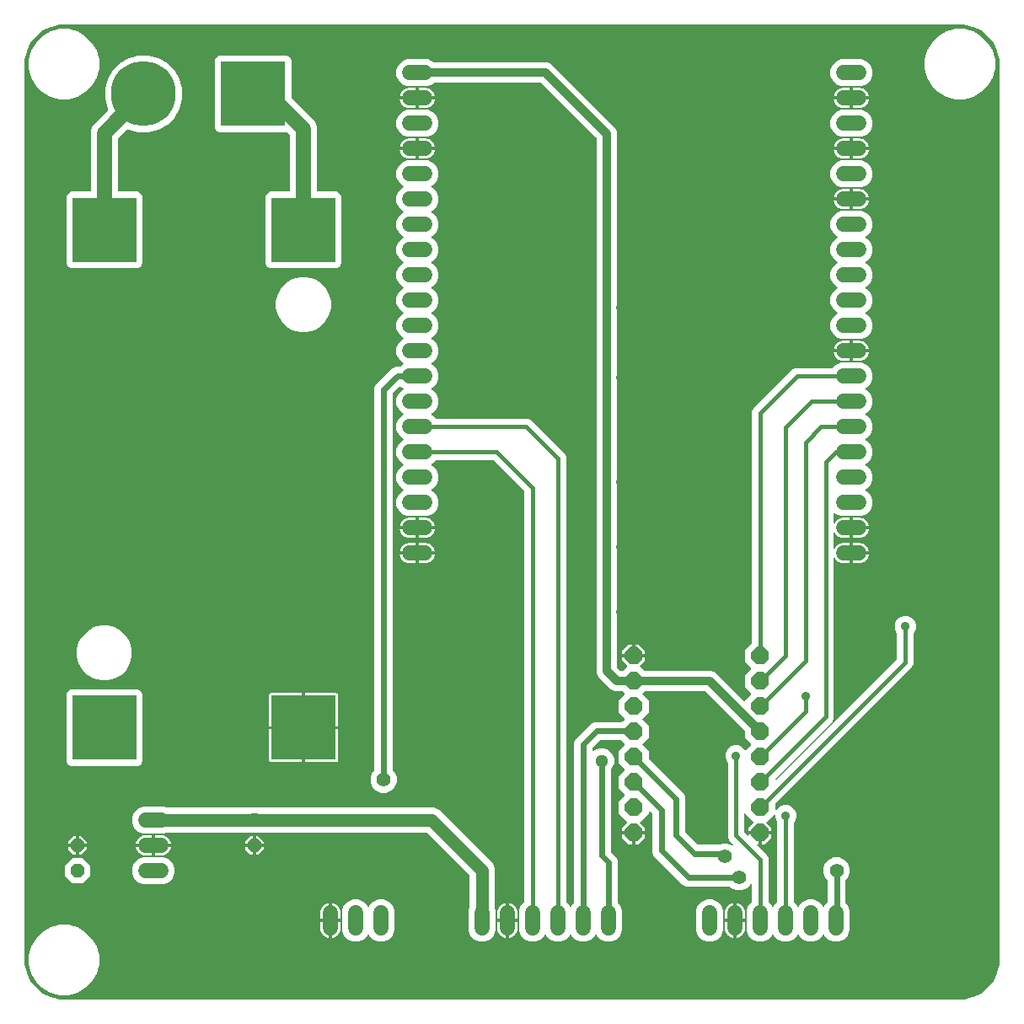
<source format=gbr>
G04 EAGLE Gerber RS-274X export*
G75*
%MOMM*%
%FSLAX34Y34*%
%LPD*%
%INBottom Copper*%
%IPPOS*%
%AMOC8*
5,1,8,0,0,1.08239X$1,22.5*%
G01*
%ADD10P,1.429621X8X112.500000*%
%ADD11P,1.429621X8X292.500000*%
%ADD12P,1.924489X8X22.500000*%
%ADD13P,1.924489X8X202.500000*%
%ADD14C,1.524000*%
%ADD15R,6.451600X6.451600*%
%ADD16C,1.508000*%
%ADD17C,6.516000*%
%ADD18R,6.516000X6.516000*%
%ADD19C,2.000000*%
%ADD20C,0.609600*%
%ADD21C,1.300000*%
%ADD22C,1.400000*%
%ADD23C,0.406400*%
%ADD24C,0.900000*%
%ADD25C,1.270000*%
%ADD26C,0.812800*%
%ADD27C,1.500000*%

G36*
X950016Y10163D02*
X950016Y10163D01*
X950043Y10162D01*
X954418Y10408D01*
X954450Y10415D01*
X954545Y10426D01*
X963076Y12373D01*
X963077Y12373D01*
X963079Y12373D01*
X963237Y12429D01*
X971121Y16226D01*
X971122Y16227D01*
X971124Y16227D01*
X971265Y16317D01*
X978107Y21773D01*
X978108Y21773D01*
X978109Y21774D01*
X978227Y21893D01*
X983683Y28735D01*
X983684Y28736D01*
X983685Y28737D01*
X983699Y28758D01*
X983704Y28764D01*
X983709Y28775D01*
X983774Y28879D01*
X987571Y36763D01*
X987571Y36764D01*
X987572Y36766D01*
X987627Y36924D01*
X989574Y45455D01*
X989576Y45487D01*
X989592Y45582D01*
X989838Y49957D01*
X989836Y49974D01*
X989839Y50000D01*
X989839Y950000D01*
X989837Y950016D01*
X989838Y950043D01*
X989592Y954418D01*
X989585Y954450D01*
X989574Y954545D01*
X987627Y963076D01*
X987627Y963077D01*
X987627Y963079D01*
X987571Y963237D01*
X983774Y971121D01*
X983773Y971122D01*
X983773Y971124D01*
X983683Y971265D01*
X978227Y978107D01*
X978227Y978108D01*
X978226Y978109D01*
X978107Y978227D01*
X971265Y983683D01*
X971264Y983684D01*
X971263Y983685D01*
X971121Y983774D01*
X963237Y987571D01*
X963236Y987571D01*
X963234Y987572D01*
X963076Y987627D01*
X959916Y988348D01*
X959916Y988349D01*
X956581Y989110D01*
X954545Y989574D01*
X954513Y989576D01*
X954418Y989592D01*
X950043Y989838D01*
X950026Y989836D01*
X950000Y989839D01*
X50000Y989839D01*
X49984Y989837D01*
X49957Y989838D01*
X45582Y989592D01*
X45550Y989585D01*
X45455Y989574D01*
X36924Y987627D01*
X36923Y987627D01*
X36921Y987627D01*
X36763Y987571D01*
X28879Y983774D01*
X28878Y983773D01*
X28876Y983773D01*
X28735Y983683D01*
X21893Y978228D01*
X21892Y978227D01*
X21891Y978226D01*
X21773Y978107D01*
X16317Y971265D01*
X16316Y971264D01*
X16315Y971263D01*
X16226Y971121D01*
X12429Y963237D01*
X12429Y963236D01*
X12428Y963234D01*
X12373Y963076D01*
X10426Y954545D01*
X10424Y954513D01*
X10408Y954418D01*
X10162Y950043D01*
X10164Y950026D01*
X10161Y950000D01*
X10161Y50000D01*
X10163Y49984D01*
X10162Y49957D01*
X10408Y45582D01*
X10415Y45550D01*
X10426Y45455D01*
X12373Y36924D01*
X12373Y36923D01*
X12373Y36921D01*
X12429Y36763D01*
X16226Y28879D01*
X16227Y28878D01*
X16227Y28876D01*
X16317Y28735D01*
X21773Y21893D01*
X21773Y21892D01*
X21774Y21891D01*
X21893Y21773D01*
X28735Y16317D01*
X28736Y16316D01*
X28737Y16315D01*
X28879Y16226D01*
X36763Y12429D01*
X36764Y12429D01*
X36766Y12428D01*
X36924Y12373D01*
X39864Y11702D01*
X43199Y10940D01*
X45455Y10426D01*
X45487Y10424D01*
X45582Y10408D01*
X49957Y10162D01*
X49974Y10164D01*
X50000Y10161D01*
X950000Y10161D01*
X950016Y10163D01*
G37*
%LPC*%
G36*
X517987Y68523D02*
X517987Y68523D01*
X512975Y70599D01*
X509139Y74435D01*
X507063Y79447D01*
X507063Y99953D01*
X509139Y104965D01*
X512348Y108174D01*
X512401Y108248D01*
X512461Y108317D01*
X512473Y108347D01*
X512492Y108373D01*
X512519Y108460D01*
X512553Y108545D01*
X512557Y108586D01*
X512564Y108608D01*
X512563Y108641D01*
X512571Y108712D01*
X512571Y520618D01*
X512557Y520708D01*
X512549Y520799D01*
X512537Y520828D01*
X512532Y520860D01*
X512489Y520941D01*
X512453Y521025D01*
X512427Y521057D01*
X512416Y521078D01*
X512393Y521100D01*
X512348Y521156D01*
X481556Y551948D01*
X481482Y552001D01*
X481413Y552061D01*
X481382Y552073D01*
X481356Y552092D01*
X481269Y552119D01*
X481184Y552153D01*
X481143Y552157D01*
X481121Y552164D01*
X481089Y552163D01*
X481018Y552171D01*
X424205Y552171D01*
X424115Y552157D01*
X424024Y552149D01*
X423994Y552137D01*
X423962Y552132D01*
X423882Y552089D01*
X423798Y552053D01*
X423765Y552027D01*
X423745Y552016D01*
X423744Y552016D01*
X423723Y551993D01*
X423667Y551948D01*
X420390Y548672D01*
X419501Y548303D01*
X419440Y548266D01*
X419375Y548236D01*
X419353Y548217D01*
X419340Y548210D01*
X419326Y548195D01*
X419292Y548174D01*
X419246Y548119D01*
X419193Y548070D01*
X419174Y548035D01*
X419171Y548031D01*
X419166Y548022D01*
X419135Y547984D01*
X419109Y547917D01*
X419075Y547854D01*
X419066Y547803D01*
X419047Y547755D01*
X419044Y547683D01*
X419031Y547612D01*
X419039Y547561D01*
X419037Y547509D01*
X419056Y547440D01*
X419067Y547369D01*
X419091Y547323D01*
X419105Y547273D01*
X419146Y547214D01*
X419178Y547150D01*
X419216Y547113D01*
X419245Y547071D01*
X419303Y547028D01*
X419354Y546978D01*
X419417Y546943D01*
X419443Y546924D01*
X419465Y546917D01*
X419501Y546897D01*
X420390Y546528D01*
X424248Y542670D01*
X426337Y537628D01*
X426337Y532172D01*
X424248Y527130D01*
X420390Y523272D01*
X419501Y522903D01*
X419440Y522866D01*
X419375Y522836D01*
X419336Y522801D01*
X419292Y522774D01*
X419246Y522719D01*
X419193Y522670D01*
X419168Y522624D01*
X419135Y522584D01*
X419109Y522517D01*
X419075Y522454D01*
X419066Y522403D01*
X419047Y522355D01*
X419044Y522283D01*
X419031Y522212D01*
X419039Y522161D01*
X419037Y522109D01*
X419056Y522040D01*
X419067Y521969D01*
X419091Y521923D01*
X419105Y521873D01*
X419146Y521814D01*
X419178Y521750D01*
X419216Y521713D01*
X419245Y521671D01*
X419303Y521628D01*
X419354Y521578D01*
X419417Y521543D01*
X419443Y521524D01*
X419465Y521517D01*
X419501Y521497D01*
X420390Y521128D01*
X424248Y517270D01*
X426337Y512228D01*
X426337Y506772D01*
X424248Y501730D01*
X420390Y497872D01*
X415348Y495783D01*
X394652Y495783D01*
X389610Y497872D01*
X385752Y501730D01*
X383663Y506772D01*
X383663Y512228D01*
X385752Y517270D01*
X389610Y521128D01*
X390499Y521497D01*
X390560Y521534D01*
X390625Y521564D01*
X390664Y521599D01*
X390708Y521626D01*
X390754Y521682D01*
X390807Y521730D01*
X390832Y521776D01*
X390865Y521816D01*
X390891Y521883D01*
X390925Y521946D01*
X390934Y521997D01*
X390953Y522045D01*
X390956Y522117D01*
X390969Y522188D01*
X390961Y522239D01*
X390963Y522291D01*
X390944Y522360D01*
X390933Y522431D01*
X390909Y522477D01*
X390895Y522527D01*
X390854Y522586D01*
X390822Y522650D01*
X390784Y522687D01*
X390755Y522729D01*
X390697Y522772D01*
X390646Y522822D01*
X390583Y522857D01*
X390557Y522876D01*
X390535Y522884D01*
X390499Y522903D01*
X389610Y523272D01*
X385752Y527130D01*
X383663Y532172D01*
X383663Y537628D01*
X385752Y542670D01*
X389610Y546528D01*
X390499Y546897D01*
X390560Y546934D01*
X390625Y546964D01*
X390664Y546999D01*
X390708Y547026D01*
X390754Y547082D01*
X390807Y547130D01*
X390832Y547176D01*
X390865Y547216D01*
X390891Y547283D01*
X390925Y547346D01*
X390934Y547397D01*
X390953Y547445D01*
X390956Y547517D01*
X390969Y547588D01*
X390961Y547639D01*
X390963Y547691D01*
X390944Y547760D01*
X390933Y547831D01*
X390909Y547877D01*
X390908Y547882D01*
X390908Y547883D01*
X390895Y547927D01*
X390854Y547986D01*
X390822Y548050D01*
X390789Y548082D01*
X390782Y548094D01*
X390776Y548099D01*
X390755Y548129D01*
X390697Y548172D01*
X390646Y548222D01*
X390606Y548244D01*
X390595Y548254D01*
X390578Y548261D01*
X390557Y548276D01*
X390535Y548284D01*
X390499Y548303D01*
X389610Y548672D01*
X385752Y552530D01*
X383663Y557572D01*
X383663Y563028D01*
X385752Y568070D01*
X389610Y571928D01*
X390499Y572297D01*
X390560Y572334D01*
X390625Y572364D01*
X390664Y572399D01*
X390708Y572426D01*
X390754Y572482D01*
X390807Y572530D01*
X390832Y572576D01*
X390865Y572616D01*
X390891Y572683D01*
X390925Y572746D01*
X390934Y572797D01*
X390953Y572845D01*
X390956Y572917D01*
X390969Y572988D01*
X390961Y573039D01*
X390963Y573091D01*
X390944Y573160D01*
X390933Y573231D01*
X390909Y573277D01*
X390895Y573327D01*
X390854Y573386D01*
X390822Y573450D01*
X390784Y573487D01*
X390755Y573529D01*
X390697Y573572D01*
X390646Y573622D01*
X390583Y573657D01*
X390557Y573676D01*
X390535Y573684D01*
X390499Y573703D01*
X389610Y574072D01*
X385752Y577930D01*
X383663Y582972D01*
X383663Y588428D01*
X385752Y593470D01*
X389610Y597328D01*
X390499Y597697D01*
X390560Y597734D01*
X390625Y597764D01*
X390664Y597799D01*
X390708Y597826D01*
X390754Y597881D01*
X390807Y597930D01*
X390832Y597976D01*
X390865Y598016D01*
X390891Y598083D01*
X390925Y598146D01*
X390934Y598197D01*
X390953Y598245D01*
X390956Y598317D01*
X390969Y598388D01*
X390961Y598439D01*
X390963Y598491D01*
X390944Y598560D01*
X390933Y598631D01*
X390909Y598677D01*
X390895Y598727D01*
X390854Y598786D01*
X390822Y598850D01*
X390784Y598887D01*
X390755Y598929D01*
X390697Y598972D01*
X390646Y599022D01*
X390583Y599057D01*
X390557Y599076D01*
X390535Y599083D01*
X390499Y599103D01*
X389610Y599472D01*
X385752Y603330D01*
X383663Y608372D01*
X383663Y613828D01*
X385752Y618870D01*
X389610Y622728D01*
X390499Y623097D01*
X390560Y623134D01*
X390625Y623164D01*
X390664Y623199D01*
X390708Y623226D01*
X390754Y623282D01*
X390807Y623330D01*
X390832Y623376D01*
X390865Y623416D01*
X390891Y623483D01*
X390925Y623546D01*
X390934Y623597D01*
X390953Y623645D01*
X390956Y623717D01*
X390969Y623788D01*
X390961Y623839D01*
X390963Y623891D01*
X390943Y623960D01*
X390933Y624031D01*
X390909Y624077D01*
X390895Y624127D01*
X390854Y624186D01*
X390822Y624250D01*
X390784Y624287D01*
X390755Y624329D01*
X390697Y624372D01*
X390646Y624422D01*
X390583Y624457D01*
X390557Y624476D01*
X390535Y624483D01*
X390499Y624503D01*
X389610Y624872D01*
X388245Y626236D01*
X388229Y626248D01*
X388217Y626263D01*
X388129Y626320D01*
X388046Y626380D01*
X388027Y626386D01*
X388010Y626396D01*
X387909Y626422D01*
X387811Y626452D01*
X387791Y626452D01*
X387771Y626456D01*
X387668Y626448D01*
X387565Y626446D01*
X387546Y626439D01*
X387526Y626437D01*
X387431Y626397D01*
X387334Y626361D01*
X387318Y626349D01*
X387300Y626341D01*
X387169Y626236D01*
X380368Y619435D01*
X380315Y619361D01*
X380255Y619292D01*
X380243Y619262D01*
X380224Y619235D01*
X380197Y619148D01*
X380163Y619064D01*
X380159Y619023D01*
X380152Y619000D01*
X380153Y618968D01*
X380145Y618897D01*
X380145Y240692D01*
X380159Y240602D01*
X380167Y240511D01*
X380179Y240481D01*
X380184Y240449D01*
X380227Y240369D01*
X380263Y240285D01*
X380289Y240253D01*
X380300Y240232D01*
X380323Y240210D01*
X380368Y240154D01*
X382103Y238419D01*
X384097Y233605D01*
X384097Y228395D01*
X382103Y223581D01*
X378419Y219897D01*
X373605Y217903D01*
X368395Y217903D01*
X363581Y219897D01*
X359897Y223581D01*
X357903Y228395D01*
X357903Y233605D01*
X359897Y238419D01*
X361632Y240154D01*
X361685Y240228D01*
X361745Y240297D01*
X361757Y240327D01*
X361776Y240354D01*
X361803Y240441D01*
X361837Y240525D01*
X361841Y240566D01*
X361848Y240589D01*
X361847Y240621D01*
X361855Y240692D01*
X361855Y624819D01*
X363247Y628180D01*
X379820Y644753D01*
X383181Y646145D01*
X387311Y646145D01*
X387401Y646159D01*
X387492Y646167D01*
X387522Y646179D01*
X387554Y646184D01*
X387634Y646227D01*
X387718Y646263D01*
X387750Y646289D01*
X387771Y646300D01*
X387793Y646323D01*
X387849Y646368D01*
X389610Y648128D01*
X390499Y648497D01*
X390560Y648534D01*
X390625Y648564D01*
X390664Y648599D01*
X390708Y648626D01*
X390754Y648682D01*
X390807Y648730D01*
X390832Y648776D01*
X390865Y648816D01*
X390891Y648883D01*
X390925Y648946D01*
X390934Y648997D01*
X390953Y649045D01*
X390956Y649117D01*
X390969Y649188D01*
X390961Y649239D01*
X390963Y649291D01*
X390943Y649360D01*
X390933Y649431D01*
X390909Y649477D01*
X390895Y649527D01*
X390854Y649586D01*
X390822Y649650D01*
X390784Y649687D01*
X390755Y649729D01*
X390697Y649772D01*
X390646Y649822D01*
X390583Y649857D01*
X390557Y649876D01*
X390535Y649883D01*
X390499Y649903D01*
X389610Y650272D01*
X385752Y654130D01*
X383663Y659172D01*
X383663Y664628D01*
X385752Y669670D01*
X389610Y673528D01*
X390499Y673897D01*
X390560Y673934D01*
X390625Y673964D01*
X390664Y673999D01*
X390708Y674026D01*
X390754Y674082D01*
X390807Y674130D01*
X390832Y674176D01*
X390865Y674216D01*
X390891Y674283D01*
X390925Y674346D01*
X390934Y674397D01*
X390953Y674445D01*
X390956Y674517D01*
X390969Y674588D01*
X390961Y674639D01*
X390963Y674691D01*
X390944Y674760D01*
X390933Y674831D01*
X390909Y674877D01*
X390895Y674927D01*
X390854Y674986D01*
X390822Y675050D01*
X390784Y675087D01*
X390755Y675129D01*
X390697Y675172D01*
X390646Y675222D01*
X390583Y675257D01*
X390557Y675276D01*
X390535Y675284D01*
X390499Y675303D01*
X389610Y675672D01*
X385752Y679530D01*
X383663Y684572D01*
X383663Y690028D01*
X385752Y695070D01*
X389610Y698928D01*
X390499Y699297D01*
X390560Y699334D01*
X390625Y699364D01*
X390664Y699399D01*
X390708Y699426D01*
X390754Y699482D01*
X390807Y699530D01*
X390832Y699576D01*
X390865Y699616D01*
X390891Y699683D01*
X390925Y699746D01*
X390934Y699797D01*
X390953Y699845D01*
X390956Y699917D01*
X390969Y699988D01*
X390961Y700039D01*
X390963Y700091D01*
X390944Y700160D01*
X390933Y700231D01*
X390909Y700277D01*
X390895Y700327D01*
X390854Y700386D01*
X390822Y700450D01*
X390784Y700487D01*
X390755Y700529D01*
X390697Y700572D01*
X390646Y700622D01*
X390583Y700657D01*
X390557Y700676D01*
X390535Y700684D01*
X390499Y700703D01*
X389610Y701072D01*
X385752Y704930D01*
X383663Y709972D01*
X383663Y715428D01*
X385752Y720470D01*
X389610Y724328D01*
X390499Y724697D01*
X390560Y724734D01*
X390625Y724764D01*
X390664Y724799D01*
X390708Y724826D01*
X390754Y724882D01*
X390807Y724930D01*
X390832Y724976D01*
X390865Y725016D01*
X390891Y725083D01*
X390925Y725146D01*
X390934Y725197D01*
X390953Y725245D01*
X390956Y725317D01*
X390969Y725388D01*
X390961Y725439D01*
X390963Y725491D01*
X390944Y725560D01*
X390933Y725631D01*
X390909Y725677D01*
X390895Y725727D01*
X390854Y725786D01*
X390822Y725850D01*
X390784Y725887D01*
X390755Y725929D01*
X390697Y725972D01*
X390646Y726022D01*
X390583Y726057D01*
X390557Y726076D01*
X390535Y726084D01*
X390499Y726103D01*
X389610Y726472D01*
X385752Y730330D01*
X383663Y735372D01*
X383663Y740828D01*
X385752Y745870D01*
X389610Y749728D01*
X390499Y750097D01*
X390560Y750134D01*
X390625Y750164D01*
X390664Y750199D01*
X390708Y750226D01*
X390754Y750282D01*
X390807Y750330D01*
X390832Y750376D01*
X390865Y750416D01*
X390891Y750483D01*
X390925Y750546D01*
X390934Y750597D01*
X390953Y750645D01*
X390956Y750717D01*
X390969Y750788D01*
X390961Y750839D01*
X390963Y750891D01*
X390944Y750960D01*
X390933Y751031D01*
X390909Y751077D01*
X390895Y751127D01*
X390854Y751186D01*
X390822Y751250D01*
X390784Y751287D01*
X390755Y751329D01*
X390697Y751372D01*
X390646Y751422D01*
X390583Y751457D01*
X390557Y751476D01*
X390535Y751484D01*
X390499Y751503D01*
X389610Y751872D01*
X385752Y755730D01*
X383663Y760772D01*
X383663Y766228D01*
X385752Y771270D01*
X389610Y775128D01*
X390499Y775497D01*
X390560Y775534D01*
X390625Y775564D01*
X390664Y775599D01*
X390708Y775626D01*
X390754Y775682D01*
X390807Y775730D01*
X390832Y775776D01*
X390865Y775816D01*
X390891Y775883D01*
X390925Y775946D01*
X390934Y775997D01*
X390953Y776045D01*
X390956Y776117D01*
X390969Y776188D01*
X390961Y776239D01*
X390963Y776291D01*
X390944Y776360D01*
X390933Y776431D01*
X390909Y776477D01*
X390895Y776527D01*
X390854Y776586D01*
X390822Y776650D01*
X390784Y776687D01*
X390755Y776729D01*
X390697Y776772D01*
X390646Y776822D01*
X390583Y776857D01*
X390557Y776876D01*
X390535Y776884D01*
X390499Y776903D01*
X389610Y777272D01*
X385752Y781130D01*
X383663Y786172D01*
X383663Y791628D01*
X385752Y796670D01*
X389610Y800528D01*
X390499Y800897D01*
X390560Y800934D01*
X390625Y800964D01*
X390664Y800999D01*
X390708Y801026D01*
X390754Y801082D01*
X390807Y801130D01*
X390832Y801176D01*
X390865Y801216D01*
X390891Y801283D01*
X390925Y801346D01*
X390934Y801397D01*
X390953Y801445D01*
X390956Y801517D01*
X390969Y801588D01*
X390961Y801639D01*
X390963Y801691D01*
X390944Y801760D01*
X390933Y801831D01*
X390909Y801877D01*
X390895Y801927D01*
X390854Y801986D01*
X390822Y802050D01*
X390784Y802087D01*
X390755Y802129D01*
X390697Y802172D01*
X390646Y802222D01*
X390583Y802257D01*
X390557Y802276D01*
X390535Y802284D01*
X390499Y802303D01*
X389610Y802672D01*
X385752Y806530D01*
X383663Y811572D01*
X383663Y817028D01*
X385752Y822070D01*
X389610Y825928D01*
X390499Y826297D01*
X390560Y826334D01*
X390625Y826364D01*
X390664Y826399D01*
X390708Y826426D01*
X390754Y826482D01*
X390807Y826530D01*
X390832Y826576D01*
X390865Y826616D01*
X390891Y826683D01*
X390925Y826746D01*
X390934Y826797D01*
X390953Y826845D01*
X390956Y826917D01*
X390969Y826988D01*
X390961Y827039D01*
X390963Y827091D01*
X390944Y827160D01*
X390933Y827231D01*
X390909Y827277D01*
X390895Y827327D01*
X390854Y827386D01*
X390822Y827450D01*
X390784Y827487D01*
X390755Y827529D01*
X390697Y827572D01*
X390646Y827622D01*
X390583Y827657D01*
X390557Y827676D01*
X390535Y827684D01*
X390499Y827703D01*
X389610Y828072D01*
X385752Y831930D01*
X383663Y836972D01*
X383663Y842428D01*
X385752Y847470D01*
X389610Y851328D01*
X394652Y853417D01*
X415348Y853417D01*
X420390Y851328D01*
X424248Y847470D01*
X426337Y842428D01*
X426337Y836972D01*
X424248Y831930D01*
X420390Y828072D01*
X419501Y827703D01*
X419440Y827666D01*
X419375Y827636D01*
X419336Y827601D01*
X419292Y827574D01*
X419246Y827519D01*
X419193Y827470D01*
X419168Y827424D01*
X419135Y827384D01*
X419109Y827317D01*
X419075Y827254D01*
X419066Y827203D01*
X419047Y827155D01*
X419044Y827083D01*
X419031Y827012D01*
X419039Y826961D01*
X419037Y826909D01*
X419056Y826840D01*
X419067Y826769D01*
X419091Y826723D01*
X419105Y826673D01*
X419146Y826614D01*
X419178Y826550D01*
X419216Y826513D01*
X419245Y826471D01*
X419303Y826428D01*
X419354Y826378D01*
X419417Y826343D01*
X419443Y826324D01*
X419465Y826317D01*
X419501Y826297D01*
X420390Y825928D01*
X424248Y822070D01*
X426337Y817028D01*
X426337Y811572D01*
X424248Y806530D01*
X420390Y802672D01*
X419501Y802303D01*
X419440Y802266D01*
X419375Y802236D01*
X419336Y802201D01*
X419292Y802174D01*
X419246Y802119D01*
X419193Y802070D01*
X419168Y802024D01*
X419135Y801984D01*
X419109Y801917D01*
X419075Y801854D01*
X419066Y801803D01*
X419047Y801755D01*
X419044Y801683D01*
X419031Y801612D01*
X419039Y801561D01*
X419037Y801509D01*
X419056Y801440D01*
X419067Y801369D01*
X419091Y801323D01*
X419105Y801273D01*
X419146Y801214D01*
X419178Y801150D01*
X419216Y801113D01*
X419245Y801071D01*
X419303Y801028D01*
X419354Y800978D01*
X419417Y800943D01*
X419443Y800924D01*
X419465Y800917D01*
X419501Y800897D01*
X420390Y800528D01*
X424248Y796670D01*
X426337Y791628D01*
X426337Y786172D01*
X424248Y781130D01*
X420390Y777272D01*
X419501Y776903D01*
X419440Y776866D01*
X419375Y776836D01*
X419336Y776801D01*
X419292Y776774D01*
X419246Y776719D01*
X419193Y776670D01*
X419168Y776624D01*
X419135Y776584D01*
X419109Y776517D01*
X419075Y776454D01*
X419066Y776403D01*
X419047Y776355D01*
X419044Y776283D01*
X419031Y776212D01*
X419039Y776161D01*
X419037Y776109D01*
X419056Y776040D01*
X419067Y775969D01*
X419091Y775923D01*
X419105Y775873D01*
X419146Y775814D01*
X419178Y775750D01*
X419216Y775713D01*
X419245Y775671D01*
X419303Y775628D01*
X419354Y775578D01*
X419417Y775543D01*
X419443Y775524D01*
X419465Y775517D01*
X419501Y775497D01*
X420390Y775128D01*
X424248Y771270D01*
X426337Y766228D01*
X426337Y760772D01*
X424248Y755730D01*
X420390Y751872D01*
X419501Y751503D01*
X419440Y751466D01*
X419375Y751436D01*
X419336Y751401D01*
X419292Y751374D01*
X419246Y751319D01*
X419193Y751270D01*
X419168Y751224D01*
X419135Y751184D01*
X419109Y751117D01*
X419075Y751054D01*
X419066Y751003D01*
X419047Y750955D01*
X419044Y750883D01*
X419031Y750812D01*
X419039Y750761D01*
X419037Y750709D01*
X419056Y750640D01*
X419067Y750569D01*
X419091Y750523D01*
X419105Y750473D01*
X419146Y750414D01*
X419178Y750350D01*
X419216Y750313D01*
X419245Y750271D01*
X419303Y750228D01*
X419354Y750178D01*
X419417Y750143D01*
X419443Y750124D01*
X419465Y750117D01*
X419501Y750097D01*
X420390Y749728D01*
X424248Y745870D01*
X426337Y740828D01*
X426337Y735372D01*
X424248Y730330D01*
X420390Y726472D01*
X419501Y726103D01*
X419440Y726066D01*
X419375Y726036D01*
X419336Y726001D01*
X419292Y725974D01*
X419246Y725919D01*
X419193Y725870D01*
X419168Y725824D01*
X419135Y725784D01*
X419109Y725717D01*
X419075Y725654D01*
X419066Y725603D01*
X419047Y725555D01*
X419044Y725483D01*
X419031Y725412D01*
X419039Y725361D01*
X419037Y725309D01*
X419056Y725240D01*
X419067Y725169D01*
X419091Y725123D01*
X419105Y725073D01*
X419146Y725014D01*
X419178Y724950D01*
X419216Y724913D01*
X419245Y724871D01*
X419303Y724828D01*
X419354Y724778D01*
X419417Y724743D01*
X419443Y724724D01*
X419465Y724717D01*
X419501Y724697D01*
X420390Y724328D01*
X424248Y720470D01*
X426337Y715428D01*
X426337Y709972D01*
X424248Y704930D01*
X420390Y701072D01*
X419501Y700703D01*
X419440Y700666D01*
X419375Y700636D01*
X419336Y700601D01*
X419292Y700574D01*
X419246Y700519D01*
X419193Y700470D01*
X419168Y700424D01*
X419135Y700384D01*
X419109Y700317D01*
X419075Y700254D01*
X419066Y700203D01*
X419047Y700155D01*
X419044Y700083D01*
X419031Y700012D01*
X419039Y699961D01*
X419037Y699909D01*
X419056Y699840D01*
X419067Y699769D01*
X419091Y699723D01*
X419105Y699673D01*
X419146Y699614D01*
X419178Y699550D01*
X419216Y699513D01*
X419245Y699471D01*
X419303Y699428D01*
X419354Y699378D01*
X419417Y699343D01*
X419443Y699324D01*
X419465Y699317D01*
X419501Y699297D01*
X420390Y698928D01*
X424248Y695070D01*
X426337Y690028D01*
X426337Y684572D01*
X424248Y679530D01*
X420390Y675672D01*
X419501Y675303D01*
X419440Y675266D01*
X419375Y675236D01*
X419336Y675201D01*
X419292Y675174D01*
X419246Y675119D01*
X419193Y675070D01*
X419168Y675024D01*
X419135Y674984D01*
X419109Y674917D01*
X419075Y674854D01*
X419066Y674803D01*
X419047Y674755D01*
X419044Y674683D01*
X419031Y674612D01*
X419039Y674561D01*
X419037Y674509D01*
X419056Y674440D01*
X419067Y674369D01*
X419091Y674323D01*
X419105Y674273D01*
X419146Y674214D01*
X419178Y674150D01*
X419216Y674113D01*
X419245Y674071D01*
X419303Y674028D01*
X419354Y673978D01*
X419417Y673943D01*
X419443Y673924D01*
X419465Y673917D01*
X419501Y673897D01*
X420390Y673528D01*
X424248Y669670D01*
X426337Y664628D01*
X426337Y659172D01*
X424248Y654130D01*
X420390Y650272D01*
X419501Y649903D01*
X419440Y649866D01*
X419375Y649836D01*
X419336Y649801D01*
X419292Y649774D01*
X419246Y649719D01*
X419193Y649670D01*
X419168Y649624D01*
X419135Y649584D01*
X419109Y649517D01*
X419075Y649454D01*
X419066Y649403D01*
X419047Y649355D01*
X419044Y649283D01*
X419031Y649212D01*
X419039Y649161D01*
X419037Y649109D01*
X419057Y649040D01*
X419067Y648969D01*
X419091Y648923D01*
X419105Y648873D01*
X419146Y648814D01*
X419178Y648750D01*
X419216Y648713D01*
X419245Y648671D01*
X419303Y648628D01*
X419354Y648578D01*
X419417Y648543D01*
X419443Y648524D01*
X419465Y648517D01*
X419501Y648497D01*
X420390Y648128D01*
X424248Y644270D01*
X426337Y639228D01*
X426337Y633772D01*
X424248Y628730D01*
X420390Y624872D01*
X419501Y624503D01*
X419440Y624466D01*
X419375Y624436D01*
X419336Y624401D01*
X419292Y624374D01*
X419246Y624319D01*
X419193Y624270D01*
X419168Y624224D01*
X419135Y624184D01*
X419109Y624117D01*
X419075Y624054D01*
X419066Y624003D01*
X419047Y623955D01*
X419044Y623883D01*
X419031Y623812D01*
X419039Y623761D01*
X419037Y623709D01*
X419057Y623640D01*
X419067Y623569D01*
X419091Y623523D01*
X419105Y623473D01*
X419146Y623414D01*
X419178Y623350D01*
X419216Y623313D01*
X419245Y623271D01*
X419303Y623228D01*
X419354Y623178D01*
X419417Y623143D01*
X419443Y623124D01*
X419465Y623117D01*
X419501Y623097D01*
X420390Y622728D01*
X424248Y618870D01*
X426337Y613828D01*
X426337Y608372D01*
X424248Y603330D01*
X420390Y599472D01*
X419501Y599103D01*
X419440Y599066D01*
X419375Y599036D01*
X419336Y599001D01*
X419292Y598974D01*
X419246Y598918D01*
X419193Y598870D01*
X419168Y598824D01*
X419135Y598784D01*
X419109Y598717D01*
X419075Y598654D01*
X419066Y598603D01*
X419047Y598555D01*
X419044Y598483D01*
X419031Y598412D01*
X419039Y598361D01*
X419037Y598309D01*
X419056Y598240D01*
X419067Y598169D01*
X419091Y598123D01*
X419105Y598073D01*
X419146Y598014D01*
X419178Y597950D01*
X419216Y597913D01*
X419245Y597871D01*
X419303Y597828D01*
X419354Y597778D01*
X419417Y597743D01*
X419443Y597724D01*
X419465Y597716D01*
X419501Y597697D01*
X420390Y597328D01*
X423667Y594052D01*
X423741Y593999D01*
X423810Y593939D01*
X423840Y593927D01*
X423866Y593908D01*
X423953Y593881D01*
X424038Y593847D01*
X424079Y593843D01*
X424102Y593836D01*
X424134Y593837D01*
X424205Y593829D01*
X515917Y593829D01*
X518905Y592591D01*
X552991Y558505D01*
X554229Y555517D01*
X554229Y108712D01*
X554243Y108622D01*
X554251Y108531D01*
X554263Y108501D01*
X554268Y108469D01*
X554311Y108388D01*
X554347Y108304D01*
X554373Y108272D01*
X554384Y108252D01*
X554407Y108230D01*
X554452Y108174D01*
X557661Y104965D01*
X558097Y103912D01*
X558134Y103851D01*
X558164Y103785D01*
X558199Y103747D01*
X558226Y103703D01*
X558282Y103657D01*
X558330Y103604D01*
X558376Y103579D01*
X558416Y103546D01*
X558483Y103520D01*
X558546Y103486D01*
X558597Y103476D01*
X558645Y103458D01*
X558717Y103455D01*
X558788Y103442D01*
X558839Y103450D01*
X558891Y103447D01*
X558960Y103467D01*
X559031Y103478D01*
X559077Y103501D01*
X559127Y103516D01*
X559186Y103557D01*
X559250Y103589D01*
X559287Y103626D01*
X559329Y103656D01*
X559372Y103714D01*
X559422Y103765D01*
X559457Y103828D01*
X559476Y103854D01*
X559483Y103876D01*
X559503Y103912D01*
X559939Y104965D01*
X562132Y107158D01*
X562185Y107231D01*
X562245Y107301D01*
X562257Y107331D01*
X562276Y107357D01*
X562303Y107444D01*
X562337Y107529D01*
X562341Y107570D01*
X562348Y107592D01*
X562347Y107625D01*
X562355Y107696D01*
X562355Y268319D01*
X563747Y271680D01*
X577140Y285073D01*
X579820Y287753D01*
X583181Y289145D01*
X610535Y289145D01*
X610625Y289159D01*
X610716Y289167D01*
X610746Y289179D01*
X610778Y289184D01*
X610858Y289227D01*
X610942Y289263D01*
X610974Y289289D01*
X610995Y289300D01*
X611017Y289323D01*
X611073Y289368D01*
X613267Y291562D01*
X613279Y291578D01*
X613294Y291590D01*
X613351Y291678D01*
X613411Y291761D01*
X613417Y291780D01*
X613427Y291797D01*
X613453Y291898D01*
X613483Y291997D01*
X613483Y292016D01*
X613488Y292036D01*
X613480Y292139D01*
X613477Y292242D01*
X613470Y292261D01*
X613468Y292281D01*
X613428Y292376D01*
X613392Y292473D01*
X613380Y292489D01*
X613372Y292507D01*
X613267Y292638D01*
X607313Y298592D01*
X607313Y311008D01*
X613267Y316962D01*
X613279Y316978D01*
X613294Y316990D01*
X613351Y317078D01*
X613411Y317161D01*
X613417Y317180D01*
X613427Y317197D01*
X613453Y317298D01*
X613483Y317397D01*
X613483Y317416D01*
X613488Y317436D01*
X613480Y317539D01*
X613477Y317642D01*
X613470Y317661D01*
X613468Y317681D01*
X613428Y317776D01*
X613392Y317873D01*
X613380Y317889D01*
X613372Y317907D01*
X613267Y318038D01*
X611689Y319616D01*
X611615Y319669D01*
X611546Y319729D01*
X611516Y319741D01*
X611490Y319760D01*
X611403Y319787D01*
X611318Y319821D01*
X611277Y319825D01*
X611254Y319832D01*
X611222Y319831D01*
X611151Y319839D01*
X602979Y319839D01*
X599244Y321386D01*
X586386Y334244D01*
X584839Y337979D01*
X584839Y875476D01*
X584825Y875566D01*
X584817Y875657D01*
X584805Y875687D01*
X584800Y875719D01*
X584757Y875799D01*
X584721Y875883D01*
X584695Y875915D01*
X584684Y875936D01*
X584661Y875958D01*
X584616Y876014D01*
X529714Y930916D01*
X529640Y930969D01*
X529571Y931029D01*
X529541Y931041D01*
X529514Y931060D01*
X529428Y931087D01*
X529343Y931121D01*
X529302Y931125D01*
X529279Y931132D01*
X529247Y931131D01*
X529176Y931139D01*
X422173Y931139D01*
X422083Y931125D01*
X421992Y931117D01*
X421962Y931105D01*
X421930Y931100D01*
X421850Y931057D01*
X421766Y931021D01*
X421733Y930995D01*
X421713Y930984D01*
X421691Y930961D01*
X421635Y930916D01*
X420390Y929672D01*
X415348Y927583D01*
X394652Y927583D01*
X389610Y929672D01*
X385752Y933530D01*
X383663Y938572D01*
X383663Y944028D01*
X385752Y949070D01*
X389610Y952928D01*
X394652Y955017D01*
X415348Y955017D01*
X420390Y952928D01*
X421635Y951684D01*
X421709Y951631D01*
X421778Y951571D01*
X421808Y951559D01*
X421834Y951540D01*
X421921Y951513D01*
X422006Y951479D01*
X422047Y951475D01*
X422070Y951468D01*
X422102Y951469D01*
X422173Y951461D01*
X535721Y951461D01*
X539456Y949914D01*
X603614Y885756D01*
X605161Y882021D01*
X605161Y344524D01*
X605175Y344434D01*
X605183Y344343D01*
X605195Y344313D01*
X605200Y344281D01*
X605243Y344201D01*
X605279Y344117D01*
X605305Y344085D01*
X605316Y344064D01*
X605339Y344042D01*
X605384Y343986D01*
X608986Y340384D01*
X609060Y340331D01*
X609129Y340271D01*
X609159Y340259D01*
X609186Y340240D01*
X609272Y340213D01*
X609357Y340179D01*
X609398Y340175D01*
X609421Y340168D01*
X609453Y340169D01*
X609524Y340161D01*
X610751Y340161D01*
X610841Y340175D01*
X610932Y340183D01*
X610962Y340195D01*
X610994Y340200D01*
X611074Y340243D01*
X611158Y340279D01*
X611190Y340305D01*
X611211Y340316D01*
X611233Y340339D01*
X611289Y340384D01*
X615782Y344876D01*
X615793Y344892D01*
X615809Y344905D01*
X615865Y344992D01*
X615925Y345076D01*
X615931Y345095D01*
X615942Y345112D01*
X615967Y345212D01*
X615998Y345311D01*
X615997Y345331D01*
X616002Y345350D01*
X615994Y345453D01*
X615991Y345557D01*
X615984Y345576D01*
X615983Y345595D01*
X615943Y345690D01*
X615907Y345788D01*
X615894Y345804D01*
X615887Y345822D01*
X615782Y345953D01*
X610869Y350865D01*
X610869Y354077D01*
X621538Y354077D01*
X621558Y354080D01*
X621577Y354078D01*
X621679Y354100D01*
X621781Y354117D01*
X621798Y354126D01*
X621818Y354130D01*
X621907Y354183D01*
X621998Y354232D01*
X622012Y354246D01*
X622029Y354256D01*
X622096Y354335D01*
X622167Y354410D01*
X622176Y354428D01*
X622189Y354443D01*
X622227Y354539D01*
X622271Y354633D01*
X622273Y354653D01*
X622281Y354671D01*
X622299Y354838D01*
X622299Y355601D01*
X622301Y355601D01*
X622301Y354838D01*
X622304Y354818D01*
X622302Y354799D01*
X622324Y354697D01*
X622341Y354595D01*
X622350Y354578D01*
X622354Y354558D01*
X622407Y354469D01*
X622456Y354378D01*
X622470Y354364D01*
X622480Y354347D01*
X622559Y354280D01*
X622634Y354209D01*
X622652Y354200D01*
X622667Y354187D01*
X622763Y354148D01*
X622857Y354105D01*
X622877Y354103D01*
X622895Y354095D01*
X623062Y354077D01*
X633731Y354077D01*
X633731Y350865D01*
X628818Y345953D01*
X628807Y345937D01*
X628791Y345924D01*
X628735Y345837D01*
X628675Y345753D01*
X628669Y345734D01*
X628658Y345717D01*
X628633Y345617D01*
X628602Y345518D01*
X628603Y345498D01*
X628598Y345479D01*
X628606Y345376D01*
X628609Y345272D01*
X628616Y345253D01*
X628617Y345233D01*
X628657Y345139D01*
X628693Y345041D01*
X628706Y345025D01*
X628713Y345007D01*
X628818Y344876D01*
X633111Y340584D01*
X633185Y340531D01*
X633254Y340471D01*
X633284Y340459D01*
X633310Y340440D01*
X633397Y340413D01*
X633482Y340379D01*
X633523Y340375D01*
X633546Y340368D01*
X633578Y340369D01*
X633649Y340361D01*
X700521Y340361D01*
X704256Y338814D01*
X733014Y310056D01*
X733072Y310014D01*
X733124Y309964D01*
X733171Y309942D01*
X733213Y309912D01*
X733282Y309891D01*
X733347Y309861D01*
X733399Y309855D01*
X733449Y309840D01*
X733520Y309842D01*
X733591Y309834D01*
X733642Y309845D01*
X733694Y309846D01*
X733762Y309871D01*
X733832Y309886D01*
X733877Y309913D01*
X733925Y309931D01*
X733981Y309975D01*
X734043Y310012D01*
X734077Y310052D01*
X734117Y310084D01*
X734156Y310145D01*
X734203Y310199D01*
X734222Y310247D01*
X734250Y310291D01*
X734268Y310361D01*
X734295Y310427D01*
X734303Y310499D01*
X734311Y310530D01*
X734309Y310553D01*
X734313Y310594D01*
X734313Y311008D01*
X740267Y316962D01*
X740279Y316978D01*
X740294Y316990D01*
X740351Y317078D01*
X740411Y317161D01*
X740417Y317180D01*
X740427Y317197D01*
X740453Y317298D01*
X740483Y317397D01*
X740483Y317416D01*
X740488Y317436D01*
X740480Y317539D01*
X740477Y317642D01*
X740470Y317661D01*
X740468Y317681D01*
X740428Y317776D01*
X740392Y317873D01*
X740380Y317889D01*
X740372Y317907D01*
X740267Y318038D01*
X734313Y323992D01*
X734313Y336408D01*
X740267Y342362D01*
X740279Y342378D01*
X740294Y342390D01*
X740351Y342478D01*
X740411Y342561D01*
X740417Y342580D01*
X740427Y342597D01*
X740453Y342698D01*
X740483Y342797D01*
X740483Y342816D01*
X740488Y342836D01*
X740480Y342939D01*
X740477Y343042D01*
X740470Y343061D01*
X740468Y343081D01*
X740428Y343176D01*
X740392Y343273D01*
X740380Y343289D01*
X740372Y343307D01*
X740267Y343438D01*
X734313Y349392D01*
X734313Y361808D01*
X740948Y368443D01*
X741001Y368517D01*
X741061Y368586D01*
X741073Y368616D01*
X741092Y368642D01*
X741119Y368729D01*
X741153Y368814D01*
X741157Y368855D01*
X741164Y368878D01*
X741163Y368910D01*
X741171Y368981D01*
X741171Y600917D01*
X742409Y603905D01*
X781895Y643391D01*
X784883Y644629D01*
X821795Y644629D01*
X821885Y644643D01*
X821976Y644651D01*
X822006Y644663D01*
X822038Y644668D01*
X822118Y644711D01*
X822202Y644747D01*
X822235Y644773D01*
X822255Y644784D01*
X822277Y644807D01*
X822333Y644852D01*
X825610Y648128D01*
X830652Y650217D01*
X851348Y650217D01*
X856390Y648128D01*
X860248Y644270D01*
X862337Y639228D01*
X862337Y633772D01*
X860248Y628730D01*
X856390Y624872D01*
X855501Y624503D01*
X855440Y624466D01*
X855375Y624436D01*
X855336Y624401D01*
X855292Y624374D01*
X855246Y624319D01*
X855193Y624270D01*
X855168Y624224D01*
X855135Y624184D01*
X855109Y624117D01*
X855075Y624054D01*
X855066Y624003D01*
X855047Y623955D01*
X855044Y623883D01*
X855031Y623812D01*
X855039Y623761D01*
X855037Y623709D01*
X855056Y623640D01*
X855067Y623569D01*
X855091Y623523D01*
X855105Y623473D01*
X855146Y623414D01*
X855178Y623350D01*
X855216Y623313D01*
X855245Y623271D01*
X855303Y623228D01*
X855354Y623178D01*
X855417Y623143D01*
X855443Y623124D01*
X855465Y623117D01*
X855501Y623097D01*
X856390Y622728D01*
X860248Y618870D01*
X862337Y613828D01*
X862337Y608372D01*
X860248Y603330D01*
X856390Y599472D01*
X855501Y599103D01*
X855440Y599066D01*
X855375Y599036D01*
X855336Y599001D01*
X855292Y598974D01*
X855246Y598918D01*
X855193Y598870D01*
X855168Y598824D01*
X855135Y598784D01*
X855109Y598717D01*
X855075Y598654D01*
X855066Y598603D01*
X855047Y598555D01*
X855044Y598483D01*
X855031Y598412D01*
X855039Y598361D01*
X855037Y598309D01*
X855057Y598240D01*
X855067Y598169D01*
X855091Y598123D01*
X855105Y598073D01*
X855146Y598014D01*
X855178Y597950D01*
X855216Y597913D01*
X855245Y597871D01*
X855303Y597828D01*
X855354Y597778D01*
X855417Y597743D01*
X855443Y597724D01*
X855465Y597717D01*
X855501Y597697D01*
X856390Y597328D01*
X860248Y593470D01*
X862337Y588428D01*
X862337Y582972D01*
X860248Y577930D01*
X856390Y574072D01*
X855501Y573703D01*
X855440Y573666D01*
X855375Y573636D01*
X855336Y573601D01*
X855292Y573574D01*
X855246Y573518D01*
X855193Y573470D01*
X855168Y573424D01*
X855135Y573384D01*
X855109Y573317D01*
X855075Y573254D01*
X855066Y573203D01*
X855047Y573155D01*
X855044Y573083D01*
X855031Y573012D01*
X855039Y572961D01*
X855037Y572909D01*
X855057Y572840D01*
X855067Y572769D01*
X855091Y572723D01*
X855105Y572673D01*
X855146Y572614D01*
X855178Y572550D01*
X855216Y572513D01*
X855245Y572471D01*
X855303Y572428D01*
X855354Y572378D01*
X855417Y572343D01*
X855443Y572324D01*
X855465Y572317D01*
X855501Y572297D01*
X856390Y571928D01*
X860248Y568070D01*
X862337Y563028D01*
X862337Y557572D01*
X860248Y552530D01*
X856390Y548672D01*
X855501Y548303D01*
X855440Y548266D01*
X855375Y548236D01*
X855353Y548216D01*
X855340Y548210D01*
X855326Y548195D01*
X855292Y548174D01*
X855246Y548118D01*
X855193Y548070D01*
X855174Y548035D01*
X855171Y548031D01*
X855166Y548022D01*
X855135Y547984D01*
X855109Y547917D01*
X855075Y547854D01*
X855066Y547803D01*
X855047Y547755D01*
X855044Y547683D01*
X855031Y547612D01*
X855039Y547561D01*
X855037Y547509D01*
X855056Y547440D01*
X855067Y547369D01*
X855091Y547323D01*
X855105Y547273D01*
X855146Y547214D01*
X855178Y547150D01*
X855216Y547113D01*
X855245Y547071D01*
X855303Y547028D01*
X855354Y546978D01*
X855417Y546943D01*
X855443Y546924D01*
X855465Y546916D01*
X855501Y546897D01*
X856390Y546528D01*
X860248Y542670D01*
X862337Y537628D01*
X862337Y532172D01*
X860248Y527130D01*
X856390Y523272D01*
X855501Y522903D01*
X855440Y522866D01*
X855375Y522836D01*
X855336Y522801D01*
X855292Y522774D01*
X855246Y522718D01*
X855193Y522670D01*
X855168Y522624D01*
X855135Y522584D01*
X855109Y522517D01*
X855075Y522454D01*
X855066Y522403D01*
X855047Y522355D01*
X855044Y522283D01*
X855031Y522212D01*
X855039Y522161D01*
X855037Y522109D01*
X855056Y522040D01*
X855067Y521969D01*
X855091Y521923D01*
X855105Y521873D01*
X855146Y521814D01*
X855178Y521750D01*
X855216Y521713D01*
X855245Y521671D01*
X855303Y521628D01*
X855354Y521578D01*
X855417Y521543D01*
X855443Y521524D01*
X855465Y521516D01*
X855501Y521497D01*
X856390Y521128D01*
X860248Y517270D01*
X862337Y512228D01*
X862337Y506772D01*
X860248Y501730D01*
X856390Y497872D01*
X851348Y495783D01*
X830652Y495783D01*
X825610Y497872D01*
X824428Y499053D01*
X824370Y499095D01*
X824318Y499145D01*
X824271Y499166D01*
X824229Y499197D01*
X824160Y499218D01*
X824095Y499248D01*
X824043Y499254D01*
X823993Y499269D01*
X823922Y499267D01*
X823851Y499275D01*
X823800Y499264D01*
X823748Y499263D01*
X823680Y499238D01*
X823610Y499223D01*
X823565Y499196D01*
X823517Y499178D01*
X823461Y499134D01*
X823399Y499097D01*
X823365Y499057D01*
X823325Y499025D01*
X823286Y498964D01*
X823239Y498910D01*
X823220Y498862D01*
X823192Y498818D01*
X823174Y498748D01*
X823147Y498682D01*
X823139Y498610D01*
X823131Y498579D01*
X823133Y498556D01*
X823129Y498515D01*
X823129Y489532D01*
X823140Y489466D01*
X823141Y489398D01*
X823159Y489345D01*
X823168Y489290D01*
X823200Y489230D01*
X823223Y489166D01*
X823257Y489122D01*
X823284Y489072D01*
X823333Y489026D01*
X823375Y488972D01*
X823421Y488942D01*
X823462Y488903D01*
X823523Y488874D01*
X823580Y488837D01*
X823634Y488823D01*
X823685Y488799D01*
X823752Y488792D01*
X823818Y488775D01*
X823874Y488778D01*
X823929Y488772D01*
X823996Y488787D01*
X824063Y488791D01*
X824115Y488813D01*
X824170Y488825D01*
X824228Y488859D01*
X824291Y488885D01*
X824333Y488922D01*
X824381Y488951D01*
X824425Y489002D01*
X824476Y489047D01*
X824519Y489113D01*
X824541Y489138D01*
X824549Y489157D01*
X824568Y489187D01*
X824690Y489425D01*
X825630Y490719D01*
X826761Y491850D01*
X828055Y492790D01*
X829480Y493516D01*
X831001Y494011D01*
X832580Y494261D01*
X839477Y494261D01*
X839477Y484862D01*
X839480Y484842D01*
X839478Y484823D01*
X839500Y484721D01*
X839517Y484619D01*
X839526Y484602D01*
X839530Y484582D01*
X839583Y484493D01*
X839632Y484402D01*
X839646Y484388D01*
X839656Y484371D01*
X839735Y484304D01*
X839810Y484233D01*
X839828Y484224D01*
X839843Y484211D01*
X839939Y484173D01*
X840033Y484129D01*
X840053Y484127D01*
X840071Y484119D01*
X840238Y484101D01*
X841001Y484101D01*
X841001Y484099D01*
X840238Y484099D01*
X840218Y484096D01*
X840199Y484098D01*
X840097Y484076D01*
X839995Y484059D01*
X839978Y484050D01*
X839958Y484046D01*
X839869Y483993D01*
X839778Y483944D01*
X839764Y483930D01*
X839747Y483920D01*
X839680Y483841D01*
X839609Y483766D01*
X839600Y483748D01*
X839587Y483733D01*
X839548Y483637D01*
X839505Y483543D01*
X839503Y483523D01*
X839495Y483505D01*
X839477Y483338D01*
X839477Y473939D01*
X832580Y473939D01*
X831001Y474189D01*
X829480Y474684D01*
X828055Y475410D01*
X826761Y476350D01*
X825630Y477481D01*
X824690Y478775D01*
X824568Y479013D01*
X824528Y479068D01*
X824496Y479128D01*
X824456Y479166D01*
X824423Y479211D01*
X824367Y479250D01*
X824318Y479297D01*
X824267Y479321D01*
X824221Y479353D01*
X824156Y479372D01*
X824095Y479401D01*
X824039Y479407D01*
X823986Y479423D01*
X823918Y479420D01*
X823851Y479428D01*
X823796Y479416D01*
X823740Y479414D01*
X823676Y479390D01*
X823610Y479375D01*
X823562Y479347D01*
X823510Y479327D01*
X823457Y479284D01*
X823399Y479249D01*
X823363Y479207D01*
X823319Y479171D01*
X823283Y479114D01*
X823239Y479062D01*
X823218Y479010D01*
X823188Y478963D01*
X823173Y478897D01*
X823147Y478834D01*
X823139Y478756D01*
X823131Y478724D01*
X823133Y478703D01*
X823129Y478668D01*
X823129Y464132D01*
X823140Y464066D01*
X823141Y463998D01*
X823159Y463945D01*
X823168Y463890D01*
X823200Y463830D01*
X823223Y463766D01*
X823257Y463722D01*
X823284Y463672D01*
X823333Y463626D01*
X823375Y463572D01*
X823421Y463542D01*
X823462Y463503D01*
X823523Y463474D01*
X823580Y463437D01*
X823634Y463423D01*
X823685Y463399D01*
X823752Y463392D01*
X823818Y463375D01*
X823874Y463378D01*
X823929Y463372D01*
X823996Y463387D01*
X824063Y463391D01*
X824115Y463413D01*
X824170Y463425D01*
X824228Y463459D01*
X824291Y463485D01*
X824333Y463522D01*
X824381Y463551D01*
X824425Y463602D01*
X824476Y463647D01*
X824519Y463713D01*
X824541Y463738D01*
X824549Y463757D01*
X824568Y463787D01*
X824690Y464025D01*
X825630Y465319D01*
X826761Y466450D01*
X828055Y467390D01*
X829480Y468116D01*
X831001Y468611D01*
X832580Y468861D01*
X839477Y468861D01*
X839477Y459462D01*
X839480Y459442D01*
X839478Y459423D01*
X839500Y459321D01*
X839517Y459219D01*
X839526Y459202D01*
X839530Y459182D01*
X839583Y459093D01*
X839632Y459002D01*
X839646Y458988D01*
X839656Y458971D01*
X839735Y458904D01*
X839810Y458833D01*
X839828Y458824D01*
X839843Y458811D01*
X839939Y458773D01*
X840033Y458729D01*
X840053Y458727D01*
X840071Y458719D01*
X840238Y458701D01*
X841001Y458701D01*
X841001Y458699D01*
X840238Y458699D01*
X840218Y458696D01*
X840199Y458698D01*
X840097Y458676D01*
X839995Y458659D01*
X839978Y458650D01*
X839958Y458646D01*
X839869Y458593D01*
X839778Y458544D01*
X839764Y458530D01*
X839747Y458520D01*
X839680Y458441D01*
X839609Y458366D01*
X839600Y458348D01*
X839587Y458333D01*
X839548Y458237D01*
X839505Y458143D01*
X839503Y458123D01*
X839495Y458105D01*
X839477Y457938D01*
X839477Y448539D01*
X832580Y448539D01*
X831001Y448789D01*
X829480Y449284D01*
X828055Y450010D01*
X826761Y450950D01*
X825630Y452081D01*
X824690Y453375D01*
X824568Y453613D01*
X824528Y453668D01*
X824496Y453728D01*
X824456Y453766D01*
X824423Y453811D01*
X824367Y453850D01*
X824318Y453897D01*
X824267Y453921D01*
X824221Y453953D01*
X824156Y453972D01*
X824095Y454001D01*
X824039Y454007D01*
X823986Y454023D01*
X823918Y454020D01*
X823851Y454028D01*
X823796Y454016D01*
X823740Y454014D01*
X823676Y453990D01*
X823610Y453975D01*
X823562Y453947D01*
X823510Y453927D01*
X823457Y453884D01*
X823399Y453849D01*
X823363Y453807D01*
X823319Y453771D01*
X823283Y453714D01*
X823239Y453662D01*
X823218Y453610D01*
X823188Y453563D01*
X823173Y453497D01*
X823147Y453434D01*
X823139Y453356D01*
X823131Y453324D01*
X823133Y453303D01*
X823129Y453268D01*
X823129Y292683D01*
X821891Y289695D01*
X764510Y232314D01*
X764457Y232240D01*
X764397Y232171D01*
X764385Y232140D01*
X764366Y232114D01*
X764339Y232027D01*
X764305Y231942D01*
X764301Y231901D01*
X764294Y231879D01*
X764295Y231847D01*
X764287Y231776D01*
X764287Y231520D01*
X764298Y231450D01*
X764300Y231378D01*
X764318Y231329D01*
X764326Y231278D01*
X764360Y231214D01*
X764385Y231147D01*
X764417Y231106D01*
X764442Y231060D01*
X764493Y231011D01*
X764538Y230955D01*
X764582Y230927D01*
X764620Y230891D01*
X764685Y230861D01*
X764745Y230822D01*
X764796Y230809D01*
X764843Y230787D01*
X764914Y230779D01*
X764984Y230762D01*
X765036Y230766D01*
X765087Y230760D01*
X765158Y230775D01*
X765229Y230781D01*
X765277Y230801D01*
X765328Y230812D01*
X765389Y230849D01*
X765455Y230877D01*
X765511Y230922D01*
X765539Y230939D01*
X765554Y230956D01*
X765586Y230982D01*
X886648Y352044D01*
X886701Y352118D01*
X886761Y352187D01*
X886773Y352218D01*
X886792Y352244D01*
X886819Y352331D01*
X886853Y352416D01*
X886857Y352457D01*
X886864Y352479D01*
X886863Y352511D01*
X886871Y352582D01*
X886871Y377827D01*
X886857Y377917D01*
X886849Y378008D01*
X886837Y378038D01*
X886832Y378070D01*
X886789Y378151D01*
X886753Y378235D01*
X886727Y378267D01*
X886716Y378287D01*
X886693Y378310D01*
X886681Y378325D01*
X886675Y378335D01*
X886668Y378341D01*
X886648Y378366D01*
X886017Y378997D01*
X884403Y382892D01*
X884403Y387108D01*
X886017Y391003D01*
X888997Y393983D01*
X892892Y395597D01*
X897108Y395597D01*
X901003Y393983D01*
X903983Y391003D01*
X905597Y387108D01*
X905597Y382892D01*
X903983Y378997D01*
X903352Y378366D01*
X903307Y378304D01*
X903278Y378273D01*
X903272Y378261D01*
X903239Y378222D01*
X903227Y378192D01*
X903208Y378166D01*
X903181Y378079D01*
X903147Y377994D01*
X903143Y377953D01*
X903136Y377931D01*
X903137Y377899D01*
X903129Y377827D01*
X903129Y347283D01*
X901891Y344295D01*
X899498Y341902D01*
X899497Y341902D01*
X764510Y206914D01*
X764457Y206840D01*
X764397Y206771D01*
X764385Y206740D01*
X764366Y206714D01*
X764339Y206627D01*
X764305Y206542D01*
X764301Y206501D01*
X764294Y206479D01*
X764295Y206447D01*
X764287Y206376D01*
X764287Y200653D01*
X764302Y200557D01*
X764312Y200460D01*
X764322Y200436D01*
X764326Y200411D01*
X764372Y200325D01*
X764412Y200236D01*
X764429Y200216D01*
X764442Y200193D01*
X764512Y200126D01*
X764578Y200055D01*
X764601Y200042D01*
X764620Y200024D01*
X764708Y199983D01*
X764794Y199936D01*
X764819Y199931D01*
X764843Y199920D01*
X764940Y199910D01*
X765036Y199892D01*
X765062Y199896D01*
X765087Y199893D01*
X765182Y199914D01*
X765279Y199928D01*
X765302Y199940D01*
X765328Y199946D01*
X765411Y199995D01*
X765498Y200040D01*
X765517Y200058D01*
X765539Y200072D01*
X765602Y200146D01*
X765670Y200215D01*
X765686Y200244D01*
X765699Y200259D01*
X765711Y200289D01*
X765751Y200362D01*
X766017Y201003D01*
X768997Y203983D01*
X772892Y205597D01*
X777108Y205597D01*
X781003Y203983D01*
X783983Y201003D01*
X785597Y197108D01*
X785597Y192892D01*
X783983Y188997D01*
X783052Y188066D01*
X783009Y188006D01*
X782965Y187960D01*
X782958Y187944D01*
X782939Y187922D01*
X782927Y187892D01*
X782908Y187866D01*
X782882Y187782D01*
X782861Y187737D01*
X782860Y187727D01*
X782847Y187694D01*
X782843Y187653D01*
X782836Y187631D01*
X782837Y187599D01*
X782829Y187527D01*
X782829Y108712D01*
X782843Y108622D01*
X782851Y108531D01*
X782863Y108501D01*
X782868Y108469D01*
X782911Y108388D01*
X782947Y108305D01*
X782973Y108272D01*
X782984Y108252D01*
X783007Y108230D01*
X783052Y108174D01*
X786261Y104965D01*
X786697Y103912D01*
X786734Y103851D01*
X786764Y103785D01*
X786799Y103747D01*
X786826Y103703D01*
X786882Y103657D01*
X786930Y103604D01*
X786976Y103579D01*
X787016Y103546D01*
X787083Y103520D01*
X787146Y103486D01*
X787197Y103476D01*
X787245Y103458D01*
X787317Y103455D01*
X787388Y103442D01*
X787439Y103450D01*
X787491Y103447D01*
X787560Y103467D01*
X787631Y103478D01*
X787677Y103501D01*
X787727Y103516D01*
X787786Y103557D01*
X787850Y103589D01*
X787887Y103626D01*
X787929Y103656D01*
X787972Y103714D01*
X788022Y103765D01*
X788057Y103828D01*
X788076Y103854D01*
X788083Y103876D01*
X788103Y103912D01*
X788539Y104965D01*
X792375Y108801D01*
X797387Y110877D01*
X802813Y110877D01*
X807825Y108801D01*
X811661Y104965D01*
X812097Y103912D01*
X812134Y103851D01*
X812164Y103785D01*
X812199Y103747D01*
X812226Y103703D01*
X812282Y103657D01*
X812330Y103604D01*
X812376Y103579D01*
X812416Y103546D01*
X812483Y103520D01*
X812546Y103486D01*
X812597Y103476D01*
X812645Y103458D01*
X812717Y103455D01*
X812788Y103442D01*
X812839Y103450D01*
X812891Y103447D01*
X812960Y103467D01*
X813031Y103478D01*
X813077Y103501D01*
X813127Y103516D01*
X813186Y103557D01*
X813250Y103589D01*
X813287Y103626D01*
X813329Y103656D01*
X813372Y103714D01*
X813422Y103765D01*
X813457Y103828D01*
X813476Y103854D01*
X813483Y103876D01*
X813503Y103912D01*
X813939Y104965D01*
X816632Y107658D01*
X816685Y107731D01*
X816745Y107801D01*
X816757Y107831D01*
X816776Y107857D01*
X816803Y107944D01*
X816837Y108029D01*
X816841Y108070D01*
X816848Y108092D01*
X816847Y108125D01*
X816855Y108196D01*
X816855Y130308D01*
X816841Y130398D01*
X816833Y130489D01*
X816821Y130519D01*
X816816Y130551D01*
X816773Y130631D01*
X816737Y130715D01*
X816711Y130747D01*
X816700Y130768D01*
X816677Y130790D01*
X816632Y130846D01*
X814897Y132581D01*
X812903Y137395D01*
X812903Y142605D01*
X814897Y147419D01*
X818581Y151103D01*
X823395Y153097D01*
X828605Y153097D01*
X833419Y151103D01*
X837103Y147419D01*
X839097Y142605D01*
X839097Y137395D01*
X837103Y132581D01*
X835368Y130846D01*
X835315Y130772D01*
X835255Y130703D01*
X835243Y130673D01*
X835224Y130646D01*
X835197Y130559D01*
X835163Y130475D01*
X835159Y130434D01*
X835152Y130411D01*
X835153Y130379D01*
X835145Y130308D01*
X835145Y107196D01*
X835159Y107106D01*
X835167Y107015D01*
X835179Y106985D01*
X835184Y106953D01*
X835227Y106872D01*
X835263Y106789D01*
X835289Y106756D01*
X835300Y106736D01*
X835323Y106714D01*
X835368Y106658D01*
X837061Y104965D01*
X839137Y99953D01*
X839137Y79447D01*
X837061Y74435D01*
X833225Y70599D01*
X828213Y68523D01*
X822787Y68523D01*
X817775Y70599D01*
X813939Y74435D01*
X813503Y75488D01*
X813466Y75549D01*
X813436Y75615D01*
X813401Y75653D01*
X813374Y75697D01*
X813319Y75743D01*
X813270Y75796D01*
X813224Y75821D01*
X813184Y75854D01*
X813117Y75880D01*
X813054Y75914D01*
X813003Y75924D01*
X812955Y75942D01*
X812883Y75945D01*
X812812Y75958D01*
X812761Y75950D01*
X812709Y75953D01*
X812640Y75933D01*
X812569Y75922D01*
X812523Y75899D01*
X812473Y75884D01*
X812414Y75843D01*
X812350Y75811D01*
X812313Y75774D01*
X812271Y75744D01*
X812228Y75686D01*
X812178Y75635D01*
X812143Y75572D01*
X812124Y75546D01*
X812117Y75524D01*
X812097Y75488D01*
X811661Y74435D01*
X807825Y70599D01*
X802813Y68523D01*
X797387Y68523D01*
X792375Y70599D01*
X788539Y74435D01*
X788103Y75488D01*
X788066Y75549D01*
X788036Y75615D01*
X788001Y75653D01*
X787974Y75697D01*
X787919Y75743D01*
X787870Y75796D01*
X787824Y75821D01*
X787784Y75854D01*
X787717Y75880D01*
X787654Y75914D01*
X787603Y75924D01*
X787555Y75942D01*
X787483Y75945D01*
X787412Y75958D01*
X787361Y75950D01*
X787309Y75953D01*
X787240Y75933D01*
X787169Y75922D01*
X787123Y75899D01*
X787073Y75884D01*
X787014Y75843D01*
X786950Y75811D01*
X786913Y75774D01*
X786871Y75744D01*
X786828Y75686D01*
X786778Y75635D01*
X786743Y75572D01*
X786724Y75546D01*
X786717Y75524D01*
X786697Y75488D01*
X786261Y74435D01*
X782425Y70599D01*
X777413Y68523D01*
X771987Y68523D01*
X766975Y70599D01*
X763139Y74435D01*
X762703Y75488D01*
X762666Y75549D01*
X762636Y75615D01*
X762601Y75653D01*
X762574Y75697D01*
X762519Y75743D01*
X762470Y75796D01*
X762424Y75821D01*
X762384Y75854D01*
X762317Y75880D01*
X762254Y75914D01*
X762203Y75924D01*
X762155Y75942D01*
X762083Y75945D01*
X762012Y75958D01*
X761961Y75950D01*
X761909Y75953D01*
X761840Y75933D01*
X761769Y75922D01*
X761723Y75899D01*
X761673Y75884D01*
X761614Y75843D01*
X761550Y75811D01*
X761513Y75774D01*
X761471Y75744D01*
X761428Y75686D01*
X761378Y75635D01*
X761343Y75572D01*
X761324Y75546D01*
X761317Y75524D01*
X761297Y75488D01*
X760861Y74435D01*
X757025Y70599D01*
X752013Y68523D01*
X746587Y68523D01*
X741575Y70599D01*
X737739Y74435D01*
X735663Y79447D01*
X735663Y99953D01*
X737739Y104965D01*
X740948Y108174D01*
X741001Y108247D01*
X741061Y108317D01*
X741073Y108347D01*
X741092Y108373D01*
X741119Y108460D01*
X741153Y108545D01*
X741157Y108586D01*
X741164Y108608D01*
X741163Y108641D01*
X741171Y108712D01*
X741171Y126748D01*
X741156Y126844D01*
X741146Y126941D01*
X741136Y126965D01*
X741132Y126991D01*
X741086Y127077D01*
X741046Y127166D01*
X741029Y127185D01*
X741016Y127208D01*
X740946Y127275D01*
X740880Y127347D01*
X740857Y127359D01*
X740838Y127377D01*
X740750Y127418D01*
X740664Y127465D01*
X740639Y127470D01*
X740615Y127481D01*
X740518Y127492D01*
X740422Y127509D01*
X740396Y127505D01*
X740371Y127508D01*
X740275Y127487D01*
X740179Y127473D01*
X740156Y127461D01*
X740130Y127456D01*
X740047Y127406D01*
X739960Y127362D01*
X739941Y127343D01*
X739919Y127330D01*
X739856Y127256D01*
X739788Y127186D01*
X739772Y127158D01*
X739759Y127143D01*
X739747Y127112D01*
X739707Y127039D01*
X739103Y125581D01*
X735419Y121897D01*
X730605Y119903D01*
X725395Y119903D01*
X720581Y121897D01*
X718846Y123632D01*
X718772Y123685D01*
X718703Y123745D01*
X718673Y123757D01*
X718646Y123776D01*
X718559Y123803D01*
X718475Y123837D01*
X718434Y123841D01*
X718411Y123848D01*
X718379Y123847D01*
X718308Y123855D01*
X675181Y123855D01*
X671820Y125247D01*
X642247Y154820D01*
X640855Y158181D01*
X640855Y196797D01*
X640841Y196887D01*
X640833Y196978D01*
X640821Y197008D01*
X640816Y197040D01*
X640773Y197120D01*
X640737Y197204D01*
X640711Y197236D01*
X640700Y197257D01*
X640677Y197279D01*
X640632Y197335D01*
X638586Y199381D01*
X638528Y199423D01*
X638476Y199472D01*
X638429Y199494D01*
X638387Y199525D01*
X638318Y199546D01*
X638253Y199576D01*
X638201Y199582D01*
X638151Y199597D01*
X638080Y199595D01*
X638009Y199603D01*
X637958Y199592D01*
X637906Y199591D01*
X637838Y199566D01*
X637768Y199551D01*
X637723Y199524D01*
X637675Y199506D01*
X637619Y199461D01*
X637557Y199425D01*
X637523Y199385D01*
X637483Y199353D01*
X637444Y199292D01*
X637397Y199238D01*
X637378Y199189D01*
X637350Y199146D01*
X637332Y199076D01*
X637305Y199010D01*
X637297Y198938D01*
X637289Y198907D01*
X637291Y198884D01*
X637287Y198843D01*
X637287Y196992D01*
X628818Y188524D01*
X628807Y188508D01*
X628791Y188495D01*
X628735Y188408D01*
X628675Y188324D01*
X628669Y188305D01*
X628658Y188288D01*
X628633Y188188D01*
X628602Y188089D01*
X628603Y188069D01*
X628598Y188050D01*
X628606Y187947D01*
X628609Y187843D01*
X628616Y187824D01*
X628617Y187805D01*
X628657Y187710D01*
X628693Y187612D01*
X628706Y187596D01*
X628713Y187578D01*
X628818Y187447D01*
X633731Y182535D01*
X633731Y179323D01*
X623062Y179323D01*
X623042Y179320D01*
X623023Y179322D01*
X622921Y179300D01*
X622819Y179283D01*
X622802Y179274D01*
X622782Y179270D01*
X622693Y179217D01*
X622602Y179168D01*
X622588Y179154D01*
X622571Y179144D01*
X622504Y179065D01*
X622433Y178990D01*
X622424Y178972D01*
X622411Y178957D01*
X622372Y178860D01*
X622329Y178767D01*
X622327Y178747D01*
X622319Y178729D01*
X622301Y178562D01*
X622301Y177799D01*
X622299Y177799D01*
X622299Y178562D01*
X622296Y178582D01*
X622298Y178601D01*
X622276Y178703D01*
X622259Y178805D01*
X622250Y178822D01*
X622246Y178842D01*
X622193Y178931D01*
X622144Y179022D01*
X622130Y179036D01*
X622120Y179053D01*
X622041Y179120D01*
X621966Y179191D01*
X621948Y179200D01*
X621933Y179213D01*
X621837Y179252D01*
X621743Y179295D01*
X621723Y179297D01*
X621705Y179305D01*
X621538Y179323D01*
X610869Y179323D01*
X610869Y182535D01*
X615782Y187447D01*
X615793Y187463D01*
X615809Y187476D01*
X615865Y187563D01*
X615925Y187647D01*
X615931Y187666D01*
X615942Y187683D01*
X615967Y187783D01*
X615998Y187882D01*
X615997Y187902D01*
X616002Y187921D01*
X615994Y188024D01*
X615991Y188128D01*
X615984Y188147D01*
X615983Y188167D01*
X615943Y188261D01*
X615907Y188359D01*
X615894Y188375D01*
X615887Y188393D01*
X615782Y188524D01*
X607313Y196992D01*
X607313Y209408D01*
X613267Y215362D01*
X613279Y215378D01*
X613294Y215390D01*
X613351Y215478D01*
X613411Y215561D01*
X613417Y215580D01*
X613427Y215597D01*
X613453Y215698D01*
X613483Y215797D01*
X613483Y215816D01*
X613488Y215836D01*
X613480Y215939D01*
X613477Y216042D01*
X613470Y216061D01*
X613468Y216081D01*
X613428Y216176D01*
X613392Y216273D01*
X613380Y216289D01*
X613372Y216307D01*
X613267Y216438D01*
X607313Y222392D01*
X607313Y234808D01*
X613267Y240762D01*
X613279Y240778D01*
X613294Y240790D01*
X613351Y240878D01*
X613411Y240961D01*
X613417Y240980D01*
X613427Y240997D01*
X613453Y241098D01*
X613483Y241197D01*
X613483Y241216D01*
X613488Y241236D01*
X613480Y241339D01*
X613477Y241442D01*
X613470Y241461D01*
X613468Y241481D01*
X613428Y241576D01*
X613392Y241673D01*
X613380Y241689D01*
X613372Y241707D01*
X613267Y241838D01*
X607313Y247792D01*
X607313Y260208D01*
X613267Y266162D01*
X613279Y266178D01*
X613294Y266190D01*
X613331Y266247D01*
X613357Y266274D01*
X613372Y266308D01*
X613411Y266361D01*
X613417Y266380D01*
X613427Y266397D01*
X613444Y266462D01*
X613460Y266497D01*
X613464Y266535D01*
X613483Y266597D01*
X613483Y266616D01*
X613488Y266636D01*
X613483Y266699D01*
X613487Y266741D01*
X613478Y266782D01*
X613477Y266842D01*
X613470Y266861D01*
X613468Y266881D01*
X613445Y266936D01*
X613435Y266982D01*
X613412Y267021D01*
X613392Y267073D01*
X613380Y267089D01*
X613372Y267107D01*
X613324Y267167D01*
X613309Y267193D01*
X613292Y267207D01*
X613267Y267238D01*
X609873Y270632D01*
X609799Y270685D01*
X609730Y270745D01*
X609700Y270757D01*
X609674Y270776D01*
X609587Y270803D01*
X609502Y270837D01*
X609461Y270841D01*
X609438Y270848D01*
X609406Y270847D01*
X609335Y270855D01*
X589103Y270855D01*
X589013Y270841D01*
X588922Y270833D01*
X588892Y270821D01*
X588860Y270816D01*
X588780Y270773D01*
X588696Y270737D01*
X588664Y270711D01*
X588643Y270700D01*
X588621Y270677D01*
X588565Y270632D01*
X580868Y262935D01*
X580815Y262861D01*
X580755Y262792D01*
X580743Y262762D01*
X580724Y262735D01*
X580697Y262648D01*
X580663Y262564D01*
X580659Y262523D01*
X580652Y262500D01*
X580653Y262468D01*
X580645Y262397D01*
X580645Y260297D01*
X580656Y260226D01*
X580658Y260155D01*
X580676Y260106D01*
X580684Y260054D01*
X580718Y259991D01*
X580743Y259924D01*
X580775Y259883D01*
X580800Y259837D01*
X580852Y259788D01*
X580896Y259732D01*
X580940Y259703D01*
X580978Y259668D01*
X581043Y259637D01*
X581103Y259599D01*
X581154Y259586D01*
X581201Y259564D01*
X581272Y259556D01*
X581342Y259538D01*
X581394Y259543D01*
X581445Y259537D01*
X581516Y259552D01*
X581587Y259558D01*
X581635Y259578D01*
X581686Y259589D01*
X581747Y259626D01*
X581813Y259654D01*
X581869Y259699D01*
X581897Y259715D01*
X581912Y259733D01*
X581944Y259759D01*
X582864Y260679D01*
X587494Y262597D01*
X592506Y262597D01*
X597136Y260679D01*
X600679Y257136D01*
X602597Y252506D01*
X602597Y247494D01*
X600679Y242864D01*
X599368Y241553D01*
X599315Y241479D01*
X599255Y241410D01*
X599243Y241380D01*
X599224Y241353D01*
X599197Y241267D01*
X599163Y241182D01*
X599159Y241141D01*
X599152Y241118D01*
X599153Y241086D01*
X599145Y241015D01*
X599145Y159103D01*
X599159Y159013D01*
X599167Y158922D01*
X599179Y158892D01*
X599184Y158860D01*
X599227Y158780D01*
X599263Y158696D01*
X599289Y158664D01*
X599300Y158643D01*
X599323Y158621D01*
X599368Y158565D01*
X604653Y153280D01*
X606045Y149919D01*
X606045Y107696D01*
X606059Y107606D01*
X606067Y107515D01*
X606079Y107485D01*
X606084Y107453D01*
X606127Y107372D01*
X606163Y107288D01*
X606189Y107256D01*
X606200Y107236D01*
X606223Y107214D01*
X606268Y107158D01*
X608461Y104965D01*
X610537Y99953D01*
X610537Y79447D01*
X608461Y74435D01*
X604625Y70599D01*
X599613Y68523D01*
X594187Y68523D01*
X589175Y70599D01*
X585339Y74435D01*
X584903Y75488D01*
X584866Y75549D01*
X584836Y75615D01*
X584801Y75653D01*
X584774Y75697D01*
X584719Y75743D01*
X584670Y75796D01*
X584624Y75821D01*
X584584Y75854D01*
X584517Y75880D01*
X584454Y75914D01*
X584403Y75924D01*
X584355Y75942D01*
X584283Y75945D01*
X584212Y75958D01*
X584161Y75950D01*
X584109Y75953D01*
X584040Y75933D01*
X583969Y75922D01*
X583923Y75899D01*
X583873Y75884D01*
X583814Y75843D01*
X583750Y75811D01*
X583713Y75774D01*
X583671Y75744D01*
X583628Y75686D01*
X583578Y75635D01*
X583543Y75572D01*
X583524Y75546D01*
X583517Y75524D01*
X583497Y75488D01*
X583061Y74435D01*
X579225Y70599D01*
X574213Y68523D01*
X568787Y68523D01*
X563775Y70599D01*
X559939Y74435D01*
X559503Y75488D01*
X559466Y75549D01*
X559436Y75615D01*
X559401Y75653D01*
X559374Y75697D01*
X559319Y75743D01*
X559270Y75796D01*
X559224Y75821D01*
X559184Y75854D01*
X559117Y75880D01*
X559054Y75914D01*
X559003Y75924D01*
X558955Y75942D01*
X558883Y75945D01*
X558812Y75958D01*
X558761Y75950D01*
X558709Y75953D01*
X558640Y75933D01*
X558569Y75922D01*
X558523Y75899D01*
X558473Y75884D01*
X558414Y75843D01*
X558350Y75811D01*
X558313Y75774D01*
X558271Y75744D01*
X558228Y75686D01*
X558178Y75635D01*
X558143Y75572D01*
X558124Y75546D01*
X558117Y75524D01*
X558097Y75488D01*
X557661Y74435D01*
X553825Y70599D01*
X548813Y68523D01*
X543387Y68523D01*
X538375Y70599D01*
X534539Y74435D01*
X534103Y75488D01*
X534066Y75549D01*
X534036Y75615D01*
X534001Y75653D01*
X533974Y75697D01*
X533919Y75743D01*
X533870Y75796D01*
X533824Y75821D01*
X533784Y75854D01*
X533717Y75880D01*
X533654Y75914D01*
X533603Y75924D01*
X533555Y75942D01*
X533483Y75945D01*
X533412Y75958D01*
X533361Y75950D01*
X533309Y75953D01*
X533240Y75933D01*
X533169Y75922D01*
X533123Y75899D01*
X533073Y75884D01*
X533014Y75843D01*
X532950Y75811D01*
X532913Y75774D01*
X532871Y75744D01*
X532828Y75686D01*
X532778Y75635D01*
X532743Y75572D01*
X532724Y75546D01*
X532717Y75524D01*
X532697Y75488D01*
X532261Y74435D01*
X528425Y70599D01*
X523413Y68523D01*
X517987Y68523D01*
G37*
%LPD*%
%LPC*%
G36*
X257029Y745045D02*
X257029Y745045D01*
X254788Y745973D01*
X253073Y747688D01*
X252145Y749929D01*
X252145Y816871D01*
X253073Y819112D01*
X254788Y820827D01*
X257029Y821755D01*
X276142Y821755D01*
X276162Y821758D01*
X276181Y821756D01*
X276283Y821778D01*
X276385Y821794D01*
X276402Y821804D01*
X276422Y821808D01*
X276511Y821861D01*
X276602Y821910D01*
X276616Y821924D01*
X276633Y821934D01*
X276700Y822013D01*
X276772Y822088D01*
X276780Y822106D01*
X276793Y822121D01*
X276832Y822217D01*
X276875Y822311D01*
X276877Y822331D01*
X276885Y822349D01*
X276903Y822516D01*
X276903Y878553D01*
X276889Y878643D01*
X276881Y878734D01*
X276869Y878764D01*
X276864Y878795D01*
X276821Y878876D01*
X276785Y878960D01*
X276759Y878992D01*
X276748Y879013D01*
X276725Y879035D01*
X276680Y879091D01*
X274616Y881156D01*
X274521Y881224D01*
X274427Y881293D01*
X274421Y881295D01*
X274416Y881299D01*
X274304Y881333D01*
X274193Y881370D01*
X274187Y881370D01*
X274181Y881371D01*
X274064Y881368D01*
X273947Y881367D01*
X273940Y881365D01*
X273935Y881365D01*
X273918Y881359D01*
X273796Y881323D01*
X206207Y881323D01*
X203966Y882251D01*
X202251Y883966D01*
X201323Y886207D01*
X201323Y953793D01*
X202251Y956034D01*
X203966Y957749D01*
X206207Y958677D01*
X273793Y958677D01*
X276034Y957749D01*
X277749Y956034D01*
X278677Y953793D01*
X278677Y915867D01*
X278691Y915777D01*
X278699Y915686D01*
X278711Y915656D01*
X278716Y915624D01*
X278759Y915544D01*
X278795Y915460D01*
X278821Y915428D01*
X278832Y915407D01*
X278855Y915385D01*
X278900Y915329D01*
X302027Y892202D01*
X304097Y887205D01*
X304097Y822516D01*
X304100Y822496D01*
X304098Y822477D01*
X304120Y822375D01*
X304136Y822273D01*
X304146Y822256D01*
X304150Y822236D01*
X304203Y822147D01*
X304252Y822056D01*
X304266Y822042D01*
X304276Y822025D01*
X304355Y821958D01*
X304430Y821886D01*
X304448Y821878D01*
X304463Y821865D01*
X304559Y821826D01*
X304653Y821783D01*
X304673Y821781D01*
X304691Y821773D01*
X304858Y821755D01*
X323971Y821755D01*
X326212Y820827D01*
X327927Y819112D01*
X328855Y816871D01*
X328855Y749929D01*
X327927Y747688D01*
X326212Y745973D01*
X323971Y745045D01*
X257029Y745045D01*
G37*
%LPD*%
%LPC*%
G36*
X57029Y745045D02*
X57029Y745045D01*
X54788Y745973D01*
X53073Y747688D01*
X52145Y749929D01*
X52145Y816871D01*
X53073Y819112D01*
X54788Y820827D01*
X57029Y821755D01*
X76142Y821755D01*
X76162Y821758D01*
X76181Y821756D01*
X76283Y821778D01*
X76385Y821794D01*
X76402Y821804D01*
X76422Y821808D01*
X76511Y821861D01*
X76602Y821910D01*
X76616Y821924D01*
X76633Y821934D01*
X76700Y822013D01*
X76772Y822088D01*
X76780Y822106D01*
X76793Y822121D01*
X76832Y822217D01*
X76875Y822311D01*
X76877Y822331D01*
X76885Y822349D01*
X76903Y822516D01*
X76903Y883205D01*
X78973Y888202D01*
X94235Y903464D01*
X94261Y903500D01*
X94293Y903529D01*
X94332Y903599D01*
X94379Y903664D01*
X94392Y903706D01*
X94413Y903744D01*
X94428Y903823D01*
X94451Y903899D01*
X94450Y903943D01*
X94458Y903986D01*
X94447Y904065D01*
X94445Y904145D01*
X94430Y904186D01*
X94424Y904229D01*
X94365Y904363D01*
X94361Y904376D01*
X94358Y904379D01*
X94356Y904383D01*
X93959Y905071D01*
X91323Y914908D01*
X91323Y925092D01*
X93959Y934929D01*
X99051Y943748D01*
X106252Y950949D01*
X115071Y956041D01*
X124908Y958677D01*
X135092Y958677D01*
X144929Y956041D01*
X153748Y950949D01*
X160949Y943748D01*
X166041Y934929D01*
X168677Y925092D01*
X168677Y914908D01*
X166041Y905071D01*
X160949Y896252D01*
X153748Y889051D01*
X144929Y883959D01*
X135092Y881323D01*
X124908Y881323D01*
X115071Y883959D01*
X114383Y884356D01*
X114342Y884372D01*
X114305Y884396D01*
X114228Y884415D01*
X114153Y884443D01*
X114109Y884445D01*
X114067Y884456D01*
X113987Y884449D01*
X113907Y884452D01*
X113865Y884440D01*
X113821Y884437D01*
X113748Y884405D01*
X113671Y884383D01*
X113635Y884357D01*
X113595Y884340D01*
X113481Y884249D01*
X113470Y884241D01*
X113468Y884239D01*
X113464Y884235D01*
X104320Y875091D01*
X104267Y875017D01*
X104207Y874948D01*
X104195Y874917D01*
X104176Y874891D01*
X104149Y874804D01*
X104115Y874719D01*
X104111Y874679D01*
X104104Y874656D01*
X104105Y874624D01*
X104097Y874553D01*
X104097Y822516D01*
X104100Y822496D01*
X104098Y822477D01*
X104120Y822375D01*
X104136Y822273D01*
X104146Y822256D01*
X104150Y822236D01*
X104203Y822147D01*
X104252Y822056D01*
X104266Y822042D01*
X104276Y822025D01*
X104355Y821958D01*
X104430Y821886D01*
X104448Y821878D01*
X104463Y821865D01*
X104559Y821826D01*
X104653Y821783D01*
X104673Y821781D01*
X104691Y821773D01*
X104858Y821755D01*
X123971Y821755D01*
X126212Y820827D01*
X127927Y819112D01*
X128855Y816871D01*
X128855Y749929D01*
X127927Y747688D01*
X126212Y745973D01*
X123971Y745045D01*
X57029Y745045D01*
G37*
%LPD*%
%LPC*%
G36*
X467187Y68523D02*
X467187Y68523D01*
X462175Y70599D01*
X458339Y74435D01*
X456263Y79447D01*
X456263Y99953D01*
X457495Y102927D01*
X457510Y102991D01*
X457535Y103052D01*
X457544Y103134D01*
X457551Y103166D01*
X457550Y103186D01*
X457553Y103218D01*
X457553Y134529D01*
X457539Y134619D01*
X457531Y134710D01*
X457519Y134740D01*
X457514Y134772D01*
X457471Y134852D01*
X457435Y134936D01*
X457409Y134968D01*
X457398Y134989D01*
X457375Y135011D01*
X457330Y135067D01*
X414567Y177830D01*
X414493Y177883D01*
X414424Y177943D01*
X414394Y177955D01*
X414368Y177974D01*
X414281Y178001D01*
X414196Y178035D01*
X414155Y178039D01*
X414133Y178046D01*
X414100Y178045D01*
X414029Y178053D01*
X247130Y178053D01*
X247040Y178039D01*
X246949Y178031D01*
X246919Y178019D01*
X246887Y178014D01*
X246807Y177971D01*
X246723Y177935D01*
X246691Y177909D01*
X246670Y177898D01*
X246648Y177875D01*
X246592Y177830D01*
X246561Y177799D01*
X236039Y177799D01*
X236008Y177830D01*
X235934Y177883D01*
X235865Y177943D01*
X235835Y177955D01*
X235808Y177974D01*
X235721Y178001D01*
X235637Y178035D01*
X235596Y178039D01*
X235573Y178046D01*
X235541Y178045D01*
X235470Y178053D01*
X153266Y178053D01*
X153201Y178043D01*
X153136Y178042D01*
X153056Y178019D01*
X153023Y178014D01*
X153006Y178004D01*
X152975Y177995D01*
X150048Y176783D01*
X129352Y176783D01*
X124310Y178872D01*
X120452Y182730D01*
X118363Y187772D01*
X118363Y193228D01*
X120452Y198270D01*
X124310Y202128D01*
X129352Y204217D01*
X150048Y204217D01*
X152975Y203005D01*
X153038Y202990D01*
X153099Y202965D01*
X153182Y202956D01*
X153214Y202949D01*
X153233Y202950D01*
X153266Y202947D01*
X235470Y202947D01*
X235560Y202961D01*
X235651Y202969D01*
X235681Y202981D01*
X235713Y202986D01*
X235793Y203029D01*
X235877Y203065D01*
X235909Y203091D01*
X235930Y203102D01*
X235952Y203125D01*
X236008Y203170D01*
X236039Y203201D01*
X246561Y203201D01*
X246592Y203170D01*
X246666Y203117D01*
X246735Y203057D01*
X246765Y203045D01*
X246792Y203026D01*
X246879Y202999D01*
X246963Y202965D01*
X247004Y202961D01*
X247027Y202954D01*
X247059Y202955D01*
X247130Y202947D01*
X421976Y202947D01*
X426551Y201052D01*
X480552Y147051D01*
X482447Y142476D01*
X482447Y102735D01*
X482457Y102671D01*
X482458Y102605D01*
X482481Y102525D01*
X482486Y102493D01*
X482496Y102475D01*
X482505Y102444D01*
X483537Y99953D01*
X483537Y79447D01*
X481461Y74435D01*
X477625Y70599D01*
X472613Y68523D01*
X467187Y68523D01*
G37*
%LPD*%
G36*
X721604Y165118D02*
X721604Y165118D01*
X721701Y165121D01*
X721726Y165130D01*
X721752Y165132D01*
X721841Y165172D01*
X721932Y165205D01*
X721953Y165222D01*
X721977Y165232D01*
X722048Y165298D01*
X722124Y165359D01*
X722139Y165381D01*
X722158Y165399D01*
X722205Y165484D01*
X722257Y165566D01*
X722264Y165591D01*
X722276Y165614D01*
X722294Y165710D01*
X722317Y165805D01*
X722315Y165831D01*
X722320Y165856D01*
X722306Y165953D01*
X722298Y166050D01*
X722288Y166074D01*
X722284Y166100D01*
X722240Y166187D01*
X722202Y166276D01*
X722182Y166302D01*
X722173Y166319D01*
X722149Y166342D01*
X722097Y166407D01*
X720503Y168002D01*
X718109Y170395D01*
X716871Y173383D01*
X716871Y247827D01*
X716857Y247917D01*
X716849Y248008D01*
X716837Y248038D01*
X716832Y248070D01*
X716789Y248151D01*
X716753Y248235D01*
X716727Y248267D01*
X716716Y248287D01*
X716693Y248310D01*
X716648Y248366D01*
X716017Y248997D01*
X714403Y252892D01*
X714403Y257108D01*
X716017Y261003D01*
X718997Y263983D01*
X722892Y265597D01*
X727108Y265597D01*
X731003Y263983D01*
X734008Y260979D01*
X734024Y260967D01*
X734036Y260951D01*
X734123Y260895D01*
X734207Y260835D01*
X734226Y260829D01*
X734243Y260818D01*
X734344Y260793D01*
X734442Y260763D01*
X734462Y260763D01*
X734482Y260758D01*
X734585Y260766D01*
X734688Y260769D01*
X734707Y260776D01*
X734727Y260777D01*
X734822Y260818D01*
X734919Y260853D01*
X734935Y260866D01*
X734953Y260874D01*
X735084Y260979D01*
X740267Y266162D01*
X740279Y266178D01*
X740294Y266190D01*
X740331Y266247D01*
X740357Y266274D01*
X740372Y266308D01*
X740411Y266361D01*
X740417Y266380D01*
X740427Y266397D01*
X740444Y266462D01*
X740460Y266497D01*
X740464Y266536D01*
X740483Y266597D01*
X740483Y266616D01*
X740488Y266636D01*
X740483Y266699D01*
X740487Y266741D01*
X740478Y266782D01*
X740477Y266842D01*
X740470Y266861D01*
X740468Y266881D01*
X740445Y266936D01*
X740435Y266982D01*
X740412Y267021D01*
X740392Y267073D01*
X740380Y267089D01*
X740372Y267107D01*
X740324Y267167D01*
X740309Y267193D01*
X740292Y267207D01*
X740267Y267238D01*
X734313Y273192D01*
X734313Y279702D01*
X734299Y279792D01*
X734291Y279883D01*
X734279Y279913D01*
X734274Y279945D01*
X734231Y280025D01*
X734195Y280109D01*
X734169Y280141D01*
X734158Y280162D01*
X734135Y280184D01*
X734090Y280240D01*
X694514Y319816D01*
X694440Y319869D01*
X694371Y319929D01*
X694341Y319941D01*
X694314Y319960D01*
X694228Y319987D01*
X694143Y320021D01*
X694102Y320025D01*
X694079Y320032D01*
X694047Y320031D01*
X693976Y320039D01*
X633649Y320039D01*
X633559Y320025D01*
X633468Y320017D01*
X633438Y320005D01*
X633406Y320000D01*
X633326Y319957D01*
X633242Y319921D01*
X633209Y319895D01*
X633189Y319884D01*
X633167Y319861D01*
X633111Y319816D01*
X631333Y318038D01*
X631321Y318022D01*
X631306Y318010D01*
X631250Y317923D01*
X631189Y317839D01*
X631183Y317819D01*
X631173Y317803D01*
X631147Y317702D01*
X631117Y317603D01*
X631117Y317584D01*
X631112Y317564D01*
X631120Y317461D01*
X631123Y317358D01*
X631130Y317339D01*
X631132Y317319D01*
X631172Y317224D01*
X631208Y317127D01*
X631220Y317111D01*
X631228Y317093D01*
X631333Y316962D01*
X637287Y311008D01*
X637287Y298592D01*
X631333Y292638D01*
X631321Y292622D01*
X631306Y292610D01*
X631249Y292522D01*
X631189Y292439D01*
X631183Y292420D01*
X631173Y292403D01*
X631147Y292302D01*
X631117Y292203D01*
X631117Y292184D01*
X631112Y292164D01*
X631120Y292061D01*
X631123Y291958D01*
X631130Y291939D01*
X631132Y291919D01*
X631172Y291824D01*
X631208Y291727D01*
X631220Y291711D01*
X631228Y291693D01*
X631333Y291562D01*
X637287Y285608D01*
X637287Y273192D01*
X631333Y267238D01*
X631321Y267222D01*
X631306Y267210D01*
X631277Y267165D01*
X631243Y267130D01*
X631223Y267085D01*
X631189Y267039D01*
X631183Y267020D01*
X631173Y267003D01*
X631159Y266947D01*
X631140Y266907D01*
X631135Y266862D01*
X631117Y266803D01*
X631117Y266784D01*
X631112Y266764D01*
X631117Y266703D01*
X631113Y266663D01*
X631121Y266622D01*
X631123Y266558D01*
X631130Y266539D01*
X631132Y266519D01*
X631157Y266459D01*
X631165Y266422D01*
X631185Y266389D01*
X631208Y266327D01*
X631220Y266311D01*
X631228Y266293D01*
X631285Y266221D01*
X631291Y266211D01*
X631298Y266206D01*
X631333Y266162D01*
X637287Y260208D01*
X637287Y252261D01*
X637301Y252171D01*
X637309Y252080D01*
X637321Y252050D01*
X637326Y252018D01*
X637369Y251938D01*
X637405Y251854D01*
X637431Y251822D01*
X637442Y251801D01*
X637465Y251779D01*
X637486Y251752D01*
X637489Y251747D01*
X637492Y251745D01*
X637510Y251723D01*
X672753Y216480D01*
X674145Y213119D01*
X674145Y179103D01*
X674159Y179013D01*
X674167Y178922D01*
X674179Y178892D01*
X674184Y178860D01*
X674227Y178780D01*
X674263Y178696D01*
X674289Y178664D01*
X674300Y178643D01*
X674323Y178621D01*
X674368Y178565D01*
X686565Y166368D01*
X686639Y166315D01*
X686708Y166255D01*
X686738Y166243D01*
X686765Y166224D01*
X686852Y166197D01*
X686936Y166163D01*
X686977Y166159D01*
X687000Y166152D01*
X687032Y166153D01*
X687103Y166145D01*
X708945Y166145D01*
X709010Y166155D01*
X709075Y166156D01*
X709155Y166179D01*
X709188Y166184D01*
X709205Y166194D01*
X709236Y166203D01*
X711395Y167097D01*
X716605Y167097D01*
X721268Y165165D01*
X721362Y165143D01*
X721455Y165115D01*
X721482Y165115D01*
X721507Y165109D01*
X721604Y165118D01*
G37*
%LPC*%
G36*
X57029Y245045D02*
X57029Y245045D01*
X54788Y245973D01*
X53073Y247688D01*
X52145Y249929D01*
X52145Y316871D01*
X53073Y319112D01*
X54788Y320827D01*
X57029Y321755D01*
X123971Y321755D01*
X126212Y320827D01*
X127927Y319112D01*
X128855Y316871D01*
X128855Y249929D01*
X127927Y247688D01*
X126212Y245973D01*
X123971Y245045D01*
X57029Y245045D01*
G37*
%LPD*%
%LPC*%
G36*
X830652Y673583D02*
X830652Y673583D01*
X825610Y675672D01*
X821752Y679530D01*
X819663Y684572D01*
X819663Y690028D01*
X821752Y695070D01*
X825610Y698928D01*
X826499Y699297D01*
X826560Y699334D01*
X826625Y699364D01*
X826664Y699399D01*
X826708Y699426D01*
X826754Y699481D01*
X826807Y699530D01*
X826832Y699576D01*
X826865Y699616D01*
X826891Y699683D01*
X826925Y699746D01*
X826934Y699797D01*
X826953Y699845D01*
X826956Y699917D01*
X826969Y699988D01*
X826961Y700039D01*
X826963Y700091D01*
X826944Y700160D01*
X826933Y700231D01*
X826909Y700277D01*
X826895Y700327D01*
X826854Y700386D01*
X826822Y700450D01*
X826784Y700487D01*
X826755Y700529D01*
X826697Y700572D01*
X826646Y700622D01*
X826583Y700657D01*
X826557Y700676D01*
X826535Y700683D01*
X826499Y700703D01*
X825610Y701072D01*
X821752Y704930D01*
X819663Y709972D01*
X819663Y715428D01*
X821752Y720470D01*
X825610Y724328D01*
X826499Y724697D01*
X826560Y724734D01*
X826625Y724764D01*
X826664Y724799D01*
X826708Y724826D01*
X826754Y724881D01*
X826807Y724930D01*
X826832Y724976D01*
X826865Y725016D01*
X826891Y725083D01*
X826925Y725146D01*
X826934Y725197D01*
X826953Y725245D01*
X826956Y725317D01*
X826969Y725388D01*
X826961Y725439D01*
X826963Y725491D01*
X826944Y725560D01*
X826933Y725631D01*
X826909Y725677D01*
X826895Y725727D01*
X826854Y725786D01*
X826822Y725850D01*
X826784Y725887D01*
X826755Y725929D01*
X826697Y725972D01*
X826646Y726022D01*
X826583Y726057D01*
X826557Y726076D01*
X826535Y726083D01*
X826499Y726103D01*
X825610Y726472D01*
X821752Y730330D01*
X819663Y735372D01*
X819663Y740828D01*
X821752Y745870D01*
X825610Y749728D01*
X826499Y750097D01*
X826560Y750134D01*
X826625Y750164D01*
X826664Y750199D01*
X826708Y750226D01*
X826754Y750281D01*
X826807Y750330D01*
X826832Y750376D01*
X826865Y750416D01*
X826891Y750483D01*
X826925Y750546D01*
X826934Y750597D01*
X826953Y750645D01*
X826956Y750717D01*
X826969Y750788D01*
X826961Y750839D01*
X826963Y750891D01*
X826944Y750960D01*
X826933Y751031D01*
X826909Y751077D01*
X826895Y751127D01*
X826854Y751186D01*
X826822Y751250D01*
X826784Y751287D01*
X826755Y751329D01*
X826697Y751372D01*
X826646Y751422D01*
X826583Y751457D01*
X826557Y751476D01*
X826535Y751483D01*
X826499Y751503D01*
X825610Y751872D01*
X821752Y755730D01*
X819663Y760772D01*
X819663Y766228D01*
X821752Y771270D01*
X825610Y775128D01*
X826499Y775497D01*
X826560Y775534D01*
X826625Y775564D01*
X826664Y775599D01*
X826708Y775626D01*
X826754Y775681D01*
X826807Y775730D01*
X826832Y775776D01*
X826865Y775816D01*
X826891Y775883D01*
X826925Y775946D01*
X826934Y775997D01*
X826953Y776045D01*
X826956Y776117D01*
X826969Y776188D01*
X826961Y776239D01*
X826963Y776291D01*
X826944Y776360D01*
X826933Y776431D01*
X826909Y776477D01*
X826895Y776527D01*
X826854Y776586D01*
X826822Y776650D01*
X826784Y776687D01*
X826755Y776729D01*
X826697Y776772D01*
X826646Y776822D01*
X826583Y776857D01*
X826557Y776876D01*
X826535Y776883D01*
X826499Y776903D01*
X825610Y777272D01*
X821752Y781130D01*
X819663Y786172D01*
X819663Y791628D01*
X821752Y796670D01*
X825610Y800528D01*
X830652Y802617D01*
X851348Y802617D01*
X856390Y800528D01*
X860248Y796670D01*
X862337Y791628D01*
X862337Y786172D01*
X860248Y781130D01*
X856390Y777272D01*
X855501Y776903D01*
X855440Y776866D01*
X855375Y776836D01*
X855336Y776801D01*
X855292Y776774D01*
X855246Y776718D01*
X855193Y776670D01*
X855168Y776624D01*
X855135Y776584D01*
X855109Y776517D01*
X855075Y776454D01*
X855066Y776403D01*
X855047Y776355D01*
X855044Y776283D01*
X855031Y776212D01*
X855039Y776161D01*
X855037Y776109D01*
X855056Y776040D01*
X855067Y775969D01*
X855091Y775923D01*
X855105Y775873D01*
X855146Y775814D01*
X855178Y775750D01*
X855216Y775713D01*
X855245Y775671D01*
X855303Y775628D01*
X855354Y775578D01*
X855417Y775543D01*
X855443Y775524D01*
X855465Y775516D01*
X855501Y775497D01*
X856390Y775128D01*
X860248Y771270D01*
X862337Y766228D01*
X862337Y760772D01*
X860248Y755730D01*
X856390Y751872D01*
X855501Y751503D01*
X855440Y751466D01*
X855375Y751436D01*
X855336Y751401D01*
X855292Y751374D01*
X855246Y751318D01*
X855193Y751270D01*
X855168Y751224D01*
X855135Y751184D01*
X855109Y751117D01*
X855075Y751054D01*
X855066Y751003D01*
X855047Y750955D01*
X855044Y750883D01*
X855031Y750812D01*
X855039Y750761D01*
X855037Y750709D01*
X855056Y750640D01*
X855067Y750569D01*
X855091Y750523D01*
X855105Y750473D01*
X855146Y750414D01*
X855178Y750350D01*
X855216Y750313D01*
X855245Y750271D01*
X855303Y750228D01*
X855354Y750178D01*
X855417Y750143D01*
X855443Y750124D01*
X855465Y750116D01*
X855501Y750097D01*
X856390Y749728D01*
X860248Y745870D01*
X862337Y740828D01*
X862337Y735372D01*
X860248Y730330D01*
X856390Y726472D01*
X855501Y726103D01*
X855440Y726066D01*
X855375Y726036D01*
X855336Y726001D01*
X855292Y725974D01*
X855246Y725918D01*
X855193Y725870D01*
X855168Y725824D01*
X855135Y725784D01*
X855109Y725717D01*
X855075Y725654D01*
X855066Y725603D01*
X855047Y725555D01*
X855044Y725483D01*
X855031Y725412D01*
X855039Y725361D01*
X855037Y725309D01*
X855056Y725240D01*
X855067Y725169D01*
X855091Y725123D01*
X855105Y725073D01*
X855146Y725014D01*
X855178Y724950D01*
X855216Y724913D01*
X855245Y724871D01*
X855303Y724828D01*
X855354Y724778D01*
X855417Y724743D01*
X855443Y724724D01*
X855465Y724716D01*
X855501Y724697D01*
X856390Y724328D01*
X860248Y720470D01*
X862337Y715428D01*
X862337Y709972D01*
X860248Y704930D01*
X856390Y701072D01*
X855501Y700703D01*
X855440Y700666D01*
X855375Y700636D01*
X855336Y700601D01*
X855292Y700574D01*
X855246Y700518D01*
X855193Y700470D01*
X855168Y700424D01*
X855135Y700384D01*
X855109Y700317D01*
X855075Y700254D01*
X855066Y700203D01*
X855047Y700155D01*
X855044Y700083D01*
X855031Y700012D01*
X855039Y699961D01*
X855037Y699909D01*
X855056Y699840D01*
X855067Y699769D01*
X855091Y699723D01*
X855105Y699673D01*
X855146Y699614D01*
X855178Y699550D01*
X855216Y699513D01*
X855245Y699471D01*
X855303Y699428D01*
X855354Y699378D01*
X855417Y699343D01*
X855443Y699324D01*
X855465Y699316D01*
X855501Y699297D01*
X856390Y698928D01*
X860248Y695070D01*
X862337Y690028D01*
X862337Y684572D01*
X860248Y679530D01*
X856390Y675672D01*
X851348Y673583D01*
X830652Y673583D01*
G37*
%LPD*%
%LPC*%
G36*
X45371Y914839D02*
X45371Y914839D01*
X36428Y917235D01*
X28411Y921864D01*
X21864Y928411D01*
X17235Y936428D01*
X14839Y945371D01*
X14839Y954629D01*
X17235Y963572D01*
X21864Y971589D01*
X28411Y978136D01*
X36428Y982765D01*
X45371Y985161D01*
X54629Y985161D01*
X63572Y982765D01*
X71589Y978136D01*
X78136Y971589D01*
X82765Y963572D01*
X85161Y954629D01*
X85161Y945371D01*
X82765Y936428D01*
X78136Y928411D01*
X71589Y921864D01*
X63572Y917235D01*
X54629Y914839D01*
X45371Y914839D01*
G37*
%LPD*%
%LPC*%
G36*
X945371Y914839D02*
X945371Y914839D01*
X936428Y917235D01*
X928411Y921864D01*
X921864Y928411D01*
X917235Y936428D01*
X914839Y945371D01*
X914839Y954629D01*
X917235Y963572D01*
X921864Y971589D01*
X928411Y978136D01*
X936428Y982765D01*
X945371Y985161D01*
X954629Y985161D01*
X963572Y982765D01*
X971589Y978136D01*
X978136Y971589D01*
X982765Y963572D01*
X985161Y954629D01*
X985161Y945371D01*
X982765Y936428D01*
X978136Y928411D01*
X971589Y921864D01*
X963572Y917235D01*
X954629Y914839D01*
X945371Y914839D01*
G37*
%LPD*%
%LPC*%
G36*
X45371Y14839D02*
X45371Y14839D01*
X36428Y17235D01*
X28411Y21864D01*
X21864Y28411D01*
X17235Y36428D01*
X14839Y45371D01*
X14839Y54629D01*
X17235Y63572D01*
X21864Y71589D01*
X28411Y78136D01*
X36428Y82765D01*
X45371Y85161D01*
X54629Y85161D01*
X63572Y82765D01*
X71589Y78136D01*
X78136Y71589D01*
X82765Y63572D01*
X85161Y54629D01*
X85161Y45371D01*
X82765Y36428D01*
X78136Y28411D01*
X71589Y21864D01*
X63572Y17235D01*
X54629Y14839D01*
X45371Y14839D01*
G37*
%LPD*%
%LPC*%
G36*
X86858Y330739D02*
X86858Y330739D01*
X79823Y332624D01*
X73516Y336266D01*
X68366Y341416D01*
X64724Y347723D01*
X62839Y354758D01*
X62839Y362042D01*
X64724Y369077D01*
X68366Y375384D01*
X73516Y380534D01*
X79823Y384176D01*
X86858Y386061D01*
X94142Y386061D01*
X101177Y384176D01*
X107484Y380534D01*
X112634Y375384D01*
X116276Y369077D01*
X118161Y362042D01*
X118161Y354758D01*
X116276Y347723D01*
X112634Y341416D01*
X107484Y336266D01*
X101177Y332624D01*
X94142Y330739D01*
X86858Y330739D01*
G37*
%LPD*%
%LPC*%
G36*
X286858Y680739D02*
X286858Y680739D01*
X279823Y682624D01*
X273516Y686266D01*
X268366Y691416D01*
X264724Y697723D01*
X262839Y704758D01*
X262839Y712042D01*
X264724Y719077D01*
X268366Y725384D01*
X273516Y730534D01*
X279823Y734176D01*
X286858Y736061D01*
X294142Y736061D01*
X301177Y734176D01*
X307484Y730534D01*
X312634Y725384D01*
X316276Y719077D01*
X318161Y712042D01*
X318161Y704758D01*
X316276Y697723D01*
X312634Y691416D01*
X307484Y686266D01*
X301177Y682624D01*
X294142Y680739D01*
X286858Y680739D01*
G37*
%LPD*%
%LPC*%
G36*
X340187Y68523D02*
X340187Y68523D01*
X335175Y70599D01*
X331339Y74435D01*
X329263Y79447D01*
X329263Y99953D01*
X331339Y104965D01*
X335175Y108801D01*
X340187Y110877D01*
X345613Y110877D01*
X350625Y108801D01*
X354461Y104965D01*
X354897Y103912D01*
X354935Y103851D01*
X354964Y103785D01*
X354999Y103747D01*
X355026Y103703D01*
X355082Y103657D01*
X355130Y103604D01*
X355176Y103579D01*
X355216Y103546D01*
X355283Y103520D01*
X355346Y103486D01*
X355397Y103476D01*
X355445Y103458D01*
X355517Y103455D01*
X355588Y103442D01*
X355639Y103450D01*
X355691Y103447D01*
X355760Y103467D01*
X355831Y103478D01*
X355877Y103501D01*
X355927Y103516D01*
X355986Y103557D01*
X356050Y103589D01*
X356087Y103627D01*
X356129Y103656D01*
X356172Y103714D01*
X356222Y103765D01*
X356257Y103828D01*
X356276Y103854D01*
X356283Y103876D01*
X356303Y103912D01*
X356739Y104965D01*
X360575Y108801D01*
X365587Y110877D01*
X371013Y110877D01*
X376025Y108801D01*
X379861Y104965D01*
X381937Y99953D01*
X381937Y79447D01*
X379861Y74435D01*
X376025Y70599D01*
X371013Y68523D01*
X365587Y68523D01*
X360575Y70599D01*
X356739Y74435D01*
X356303Y75488D01*
X356265Y75549D01*
X356236Y75615D01*
X356201Y75653D01*
X356174Y75697D01*
X356118Y75743D01*
X356070Y75796D01*
X356024Y75821D01*
X355984Y75854D01*
X355917Y75880D01*
X355854Y75914D01*
X355803Y75924D01*
X355755Y75942D01*
X355683Y75945D01*
X355612Y75958D01*
X355561Y75950D01*
X355509Y75953D01*
X355440Y75933D01*
X355369Y75922D01*
X355323Y75899D01*
X355273Y75884D01*
X355214Y75843D01*
X355150Y75811D01*
X355113Y75773D01*
X355071Y75744D01*
X355028Y75686D01*
X354978Y75635D01*
X354943Y75572D01*
X354924Y75546D01*
X354917Y75524D01*
X354897Y75488D01*
X354461Y74435D01*
X350625Y70599D01*
X345613Y68523D01*
X340187Y68523D01*
G37*
%LPD*%
G36*
X762039Y103450D02*
X762039Y103450D01*
X762091Y103447D01*
X762160Y103467D01*
X762231Y103478D01*
X762277Y103501D01*
X762327Y103516D01*
X762386Y103557D01*
X762450Y103589D01*
X762487Y103626D01*
X762529Y103656D01*
X762572Y103714D01*
X762622Y103765D01*
X762657Y103828D01*
X762676Y103854D01*
X762683Y103876D01*
X762703Y103912D01*
X763139Y104965D01*
X766348Y108174D01*
X766401Y108247D01*
X766461Y108317D01*
X766473Y108347D01*
X766492Y108373D01*
X766519Y108460D01*
X766553Y108545D01*
X766557Y108586D01*
X766564Y108608D01*
X766563Y108641D01*
X766571Y108712D01*
X766571Y188127D01*
X766557Y188217D01*
X766549Y188308D01*
X766537Y188338D01*
X766532Y188370D01*
X766489Y188451D01*
X766453Y188535D01*
X766427Y188567D01*
X766416Y188587D01*
X766393Y188610D01*
X766348Y188666D01*
X766017Y188997D01*
X764403Y192892D01*
X764403Y195271D01*
X764392Y195342D01*
X764390Y195413D01*
X764372Y195462D01*
X764364Y195514D01*
X764330Y195577D01*
X764305Y195644D01*
X764273Y195685D01*
X764248Y195731D01*
X764197Y195780D01*
X764152Y195837D01*
X764108Y195865D01*
X764070Y195901D01*
X764005Y195931D01*
X763945Y195970D01*
X763894Y195982D01*
X763847Y196004D01*
X763776Y196012D01*
X763706Y196030D01*
X763654Y196026D01*
X763603Y196031D01*
X763532Y196016D01*
X763461Y196010D01*
X763413Y195990D01*
X763362Y195979D01*
X763301Y195942D01*
X763235Y195914D01*
X763179Y195869D01*
X763151Y195853D01*
X763136Y195835D01*
X763104Y195809D01*
X755818Y188524D01*
X755807Y188508D01*
X755791Y188495D01*
X755735Y188408D01*
X755675Y188324D01*
X755669Y188305D01*
X755658Y188288D01*
X755633Y188188D01*
X755602Y188089D01*
X755603Y188069D01*
X755598Y188050D01*
X755606Y187947D01*
X755609Y187843D01*
X755616Y187824D01*
X755617Y187805D01*
X755657Y187710D01*
X755693Y187612D01*
X755706Y187596D01*
X755713Y187578D01*
X755818Y187447D01*
X760731Y182535D01*
X760731Y179323D01*
X750062Y179323D01*
X750042Y179320D01*
X750023Y179322D01*
X749921Y179300D01*
X749819Y179283D01*
X749802Y179274D01*
X749782Y179270D01*
X749693Y179217D01*
X749602Y179168D01*
X749588Y179154D01*
X749571Y179144D01*
X749504Y179065D01*
X749433Y178990D01*
X749424Y178972D01*
X749411Y178957D01*
X749372Y178860D01*
X749329Y178767D01*
X749327Y178747D01*
X749319Y178729D01*
X749301Y178562D01*
X749301Y177799D01*
X749299Y177799D01*
X749299Y178562D01*
X749296Y178582D01*
X749298Y178601D01*
X749276Y178703D01*
X749259Y178805D01*
X749250Y178822D01*
X749246Y178842D01*
X749193Y178931D01*
X749144Y179022D01*
X749130Y179036D01*
X749120Y179053D01*
X749041Y179120D01*
X748966Y179191D01*
X748948Y179200D01*
X748933Y179213D01*
X748837Y179252D01*
X748743Y179295D01*
X748723Y179297D01*
X748705Y179305D01*
X748538Y179323D01*
X737869Y179323D01*
X737869Y182535D01*
X742782Y187447D01*
X742793Y187463D01*
X742809Y187476D01*
X742865Y187563D01*
X742925Y187647D01*
X742931Y187666D01*
X742942Y187683D01*
X742967Y187783D01*
X742998Y187882D01*
X742997Y187902D01*
X743002Y187921D01*
X742994Y188024D01*
X742991Y188128D01*
X742984Y188147D01*
X742983Y188167D01*
X742943Y188261D01*
X742907Y188359D01*
X742894Y188375D01*
X742887Y188393D01*
X742782Y188524D01*
X734428Y196877D01*
X734370Y196919D01*
X734318Y196969D01*
X734271Y196991D01*
X734229Y197021D01*
X734160Y197042D01*
X734095Y197072D01*
X734043Y197078D01*
X733993Y197093D01*
X733922Y197091D01*
X733851Y197099D01*
X733800Y197088D01*
X733748Y197087D01*
X733680Y197062D01*
X733610Y197047D01*
X733566Y197020D01*
X733517Y197002D01*
X733461Y196958D01*
X733399Y196921D01*
X733365Y196881D01*
X733325Y196849D01*
X733286Y196788D01*
X733239Y196734D01*
X733220Y196686D01*
X733192Y196642D01*
X733174Y196572D01*
X733147Y196506D01*
X733139Y196434D01*
X733131Y196403D01*
X733133Y196380D01*
X733129Y196339D01*
X733129Y178682D01*
X733143Y178592D01*
X733151Y178501D01*
X733163Y178472D01*
X733168Y178440D01*
X733211Y178359D01*
X733247Y178275D01*
X733273Y178243D01*
X733284Y178222D01*
X733307Y178200D01*
X733352Y178144D01*
X736570Y174926D01*
X736628Y174884D01*
X736680Y174835D01*
X736727Y174813D01*
X736769Y174782D01*
X736838Y174761D01*
X736903Y174731D01*
X736955Y174725D01*
X737005Y174710D01*
X737076Y174712D01*
X737147Y174704D01*
X737198Y174715D01*
X737250Y174716D01*
X737318Y174741D01*
X737388Y174756D01*
X737433Y174783D01*
X737481Y174801D01*
X737537Y174846D01*
X737599Y174883D01*
X737633Y174922D01*
X737673Y174955D01*
X737712Y175015D01*
X737759Y175069D01*
X737778Y175118D01*
X737806Y175162D01*
X737824Y175231D01*
X737851Y175298D01*
X737859Y175369D01*
X737867Y175400D01*
X737865Y175423D01*
X737869Y175464D01*
X737869Y176277D01*
X747777Y176277D01*
X747777Y166369D01*
X746964Y166369D01*
X746894Y166358D01*
X746822Y166356D01*
X746773Y166338D01*
X746722Y166330D01*
X746658Y166296D01*
X746591Y166271D01*
X746550Y166239D01*
X746504Y166214D01*
X746455Y166162D01*
X746399Y166118D01*
X746371Y166074D01*
X746335Y166036D01*
X746305Y165971D01*
X746266Y165911D01*
X746253Y165860D01*
X746231Y165813D01*
X746223Y165742D01*
X746206Y165672D01*
X746210Y165620D01*
X746204Y165569D01*
X746219Y165498D01*
X746225Y165427D01*
X746245Y165379D01*
X746256Y165328D01*
X746293Y165267D01*
X746321Y165201D01*
X746366Y165145D01*
X746383Y165117D01*
X746400Y165102D01*
X746426Y165070D01*
X756191Y155305D01*
X757429Y152317D01*
X757429Y108712D01*
X757443Y108622D01*
X757451Y108531D01*
X757463Y108501D01*
X757468Y108469D01*
X757511Y108388D01*
X757547Y108305D01*
X757573Y108272D01*
X757584Y108252D01*
X757607Y108230D01*
X757652Y108174D01*
X760861Y104965D01*
X761297Y103912D01*
X761334Y103851D01*
X761364Y103785D01*
X761399Y103747D01*
X761426Y103703D01*
X761482Y103657D01*
X761530Y103604D01*
X761576Y103579D01*
X761616Y103546D01*
X761683Y103520D01*
X761746Y103486D01*
X761797Y103476D01*
X761845Y103458D01*
X761917Y103455D01*
X761988Y103442D01*
X762039Y103450D01*
G37*
%LPC*%
G36*
X292023Y284923D02*
X292023Y284923D01*
X292023Y318199D01*
X323092Y318199D01*
X323739Y318026D01*
X324318Y317691D01*
X324791Y317218D01*
X325126Y316639D01*
X325299Y315992D01*
X325299Y284923D01*
X292023Y284923D01*
G37*
%LPD*%
%LPC*%
G36*
X255701Y284923D02*
X255701Y284923D01*
X255701Y315992D01*
X255874Y316639D01*
X256209Y317218D01*
X256682Y317691D01*
X257261Y318026D01*
X257908Y318199D01*
X288977Y318199D01*
X288977Y284923D01*
X255701Y284923D01*
G37*
%LPD*%
%LPC*%
G36*
X292023Y248601D02*
X292023Y248601D01*
X292023Y281877D01*
X325299Y281877D01*
X325299Y250808D01*
X325126Y250161D01*
X324791Y249582D01*
X324318Y249109D01*
X323739Y248774D01*
X323092Y248601D01*
X292023Y248601D01*
G37*
%LPD*%
%LPC*%
G36*
X257908Y248601D02*
X257908Y248601D01*
X257261Y248774D01*
X256682Y249109D01*
X256209Y249582D01*
X255874Y250161D01*
X255701Y250808D01*
X255701Y281877D01*
X288977Y281877D01*
X288977Y248601D01*
X257908Y248601D01*
G37*
%LPD*%
%LPC*%
G36*
X830652Y825983D02*
X830652Y825983D01*
X825610Y828072D01*
X821752Y831930D01*
X819663Y836972D01*
X819663Y842428D01*
X821752Y847470D01*
X825610Y851328D01*
X830652Y853417D01*
X851348Y853417D01*
X856390Y851328D01*
X860248Y847470D01*
X862337Y842428D01*
X862337Y836972D01*
X860248Y831930D01*
X856390Y828072D01*
X851348Y825983D01*
X830652Y825983D01*
G37*
%LPD*%
%LPC*%
G36*
X830652Y876783D02*
X830652Y876783D01*
X825610Y878872D01*
X821752Y882730D01*
X819663Y887772D01*
X819663Y893228D01*
X821752Y898270D01*
X825610Y902128D01*
X830652Y904217D01*
X851348Y904217D01*
X856390Y902128D01*
X860248Y898270D01*
X862337Y893228D01*
X862337Y887772D01*
X860248Y882730D01*
X856390Y878872D01*
X851348Y876783D01*
X830652Y876783D01*
G37*
%LPD*%
%LPC*%
G36*
X129352Y125983D02*
X129352Y125983D01*
X124310Y128072D01*
X120452Y131930D01*
X118363Y136972D01*
X118363Y142428D01*
X120452Y147470D01*
X124310Y151328D01*
X129352Y153417D01*
X150048Y153417D01*
X155090Y151328D01*
X158948Y147470D01*
X161037Y142428D01*
X161037Y136972D01*
X158948Y131930D01*
X155090Y128072D01*
X150048Y125983D01*
X129352Y125983D01*
G37*
%LPD*%
%LPC*%
G36*
X394652Y876783D02*
X394652Y876783D01*
X389610Y878872D01*
X385752Y882730D01*
X383663Y887772D01*
X383663Y893228D01*
X385752Y898270D01*
X389610Y902128D01*
X394652Y904217D01*
X415348Y904217D01*
X420390Y902128D01*
X424248Y898270D01*
X426337Y893228D01*
X426337Y887772D01*
X424248Y882730D01*
X420390Y878872D01*
X415348Y876783D01*
X394652Y876783D01*
G37*
%LPD*%
%LPC*%
G36*
X830652Y927583D02*
X830652Y927583D01*
X825610Y929672D01*
X821752Y933530D01*
X819663Y938572D01*
X819663Y944028D01*
X821752Y949070D01*
X825610Y952928D01*
X830652Y955017D01*
X851348Y955017D01*
X856390Y952928D01*
X860248Y949070D01*
X862337Y944028D01*
X862337Y938572D01*
X860248Y933530D01*
X856390Y929672D01*
X851348Y927583D01*
X830652Y927583D01*
G37*
%LPD*%
%LPC*%
G36*
X695787Y68523D02*
X695787Y68523D01*
X690775Y70599D01*
X686939Y74435D01*
X684863Y79447D01*
X684863Y99953D01*
X686939Y104965D01*
X690775Y108801D01*
X695787Y110877D01*
X701213Y110877D01*
X706225Y108801D01*
X710061Y104965D01*
X712137Y99953D01*
X712137Y79447D01*
X710061Y74435D01*
X706225Y70599D01*
X701213Y68523D01*
X695787Y68523D01*
G37*
%LPD*%
%LPC*%
G36*
X58239Y126999D02*
X58239Y126999D01*
X50799Y134439D01*
X50799Y144961D01*
X58239Y152401D01*
X68761Y152401D01*
X76201Y144961D01*
X76201Y134439D01*
X68761Y126999D01*
X58239Y126999D01*
G37*
%LPD*%
%LPC*%
G36*
X842523Y917423D02*
X842523Y917423D01*
X842523Y926061D01*
X849420Y926061D01*
X850999Y925811D01*
X852520Y925316D01*
X853945Y924590D01*
X855239Y923650D01*
X856370Y922519D01*
X857310Y921225D01*
X858036Y919800D01*
X858531Y918279D01*
X858666Y917423D01*
X842523Y917423D01*
G37*
%LPD*%
%LPC*%
G36*
X406523Y917423D02*
X406523Y917423D01*
X406523Y926061D01*
X413420Y926061D01*
X414999Y925811D01*
X416520Y925316D01*
X417945Y924590D01*
X419239Y923650D01*
X420370Y922519D01*
X421310Y921225D01*
X422036Y919800D01*
X422531Y918279D01*
X422666Y917423D01*
X406523Y917423D01*
G37*
%LPD*%
%LPC*%
G36*
X406523Y460223D02*
X406523Y460223D01*
X406523Y468861D01*
X413420Y468861D01*
X414999Y468611D01*
X416520Y468116D01*
X417945Y467390D01*
X419239Y466450D01*
X420370Y465319D01*
X421310Y464025D01*
X422036Y462600D01*
X422531Y461079D01*
X422666Y460223D01*
X406523Y460223D01*
G37*
%LPD*%
%LPC*%
G36*
X842523Y815823D02*
X842523Y815823D01*
X842523Y824461D01*
X849420Y824461D01*
X850999Y824211D01*
X852520Y823716D01*
X853945Y822990D01*
X855239Y822050D01*
X856370Y820919D01*
X857310Y819625D01*
X858036Y818200D01*
X858531Y816679D01*
X858666Y815823D01*
X842523Y815823D01*
G37*
%LPD*%
%LPC*%
G36*
X141223Y166623D02*
X141223Y166623D01*
X141223Y175261D01*
X148120Y175261D01*
X149699Y175011D01*
X151220Y174516D01*
X152645Y173790D01*
X153939Y172850D01*
X155070Y171719D01*
X156010Y170425D01*
X156736Y169000D01*
X157231Y167479D01*
X157366Y166623D01*
X141223Y166623D01*
G37*
%LPD*%
%LPC*%
G36*
X842523Y460223D02*
X842523Y460223D01*
X842523Y468861D01*
X849420Y468861D01*
X850999Y468611D01*
X852520Y468116D01*
X853945Y467390D01*
X855239Y466450D01*
X856370Y465319D01*
X857310Y464025D01*
X858036Y462600D01*
X858531Y461079D01*
X858666Y460223D01*
X842523Y460223D01*
G37*
%LPD*%
%LPC*%
G36*
X842523Y866623D02*
X842523Y866623D01*
X842523Y875261D01*
X849420Y875261D01*
X850999Y875011D01*
X852520Y874516D01*
X853945Y873790D01*
X855239Y872850D01*
X856370Y871719D01*
X857310Y870425D01*
X858036Y869000D01*
X858531Y867479D01*
X858666Y866623D01*
X842523Y866623D01*
G37*
%LPD*%
%LPC*%
G36*
X406523Y866623D02*
X406523Y866623D01*
X406523Y875261D01*
X413420Y875261D01*
X414999Y875011D01*
X416520Y874516D01*
X417945Y873790D01*
X419239Y872850D01*
X420370Y871719D01*
X421310Y870425D01*
X422036Y869000D01*
X422531Y867479D01*
X422666Y866623D01*
X406523Y866623D01*
G37*
%LPD*%
%LPC*%
G36*
X842523Y663423D02*
X842523Y663423D01*
X842523Y672061D01*
X849420Y672061D01*
X850999Y671811D01*
X852520Y671316D01*
X853945Y670590D01*
X855239Y669650D01*
X856370Y668519D01*
X857310Y667225D01*
X858036Y665800D01*
X858531Y664279D01*
X858666Y663423D01*
X842523Y663423D01*
G37*
%LPD*%
%LPC*%
G36*
X842523Y485623D02*
X842523Y485623D01*
X842523Y494261D01*
X849420Y494261D01*
X850999Y494011D01*
X852520Y493516D01*
X853945Y492790D01*
X855239Y491850D01*
X856370Y490719D01*
X857310Y489425D01*
X858036Y488000D01*
X858531Y486479D01*
X858666Y485623D01*
X842523Y485623D01*
G37*
%LPD*%
%LPC*%
G36*
X406523Y485623D02*
X406523Y485623D01*
X406523Y494261D01*
X413420Y494261D01*
X414999Y494011D01*
X416520Y493516D01*
X417945Y492790D01*
X419239Y491850D01*
X420370Y490719D01*
X421310Y489425D01*
X422036Y488000D01*
X422531Y486479D01*
X422666Y485623D01*
X406523Y485623D01*
G37*
%LPD*%
%LPC*%
G36*
X823334Y917423D02*
X823334Y917423D01*
X823469Y918279D01*
X823964Y919800D01*
X824690Y921225D01*
X825630Y922519D01*
X826761Y923650D01*
X828055Y924590D01*
X829480Y925316D01*
X831001Y925811D01*
X832580Y926061D01*
X839477Y926061D01*
X839477Y917423D01*
X823334Y917423D01*
G37*
%LPD*%
%LPC*%
G36*
X387334Y917423D02*
X387334Y917423D01*
X387469Y918279D01*
X387964Y919800D01*
X388690Y921225D01*
X389630Y922519D01*
X390761Y923650D01*
X392055Y924590D01*
X393480Y925316D01*
X395001Y925811D01*
X396580Y926061D01*
X403477Y926061D01*
X403477Y917423D01*
X387334Y917423D01*
G37*
%LPD*%
%LPC*%
G36*
X122034Y166623D02*
X122034Y166623D01*
X122169Y167479D01*
X122664Y169000D01*
X123390Y170425D01*
X124330Y171719D01*
X125461Y172850D01*
X126755Y173790D01*
X128180Y174516D01*
X129701Y175011D01*
X131280Y175261D01*
X138177Y175261D01*
X138177Y166623D01*
X122034Y166623D01*
G37*
%LPD*%
%LPC*%
G36*
X823334Y663423D02*
X823334Y663423D01*
X823469Y664279D01*
X823964Y665800D01*
X824690Y667225D01*
X825630Y668519D01*
X826761Y669650D01*
X828055Y670590D01*
X829480Y671316D01*
X831001Y671811D01*
X832580Y672061D01*
X839477Y672061D01*
X839477Y663423D01*
X823334Y663423D01*
G37*
%LPD*%
%LPC*%
G36*
X387334Y866623D02*
X387334Y866623D01*
X387469Y867479D01*
X387964Y869000D01*
X388690Y870425D01*
X389630Y871719D01*
X390761Y872850D01*
X392055Y873790D01*
X393480Y874516D01*
X395001Y875011D01*
X396580Y875261D01*
X403477Y875261D01*
X403477Y866623D01*
X387334Y866623D01*
G37*
%LPD*%
%LPC*%
G36*
X823334Y815823D02*
X823334Y815823D01*
X823469Y816679D01*
X823964Y818200D01*
X824690Y819625D01*
X825630Y820919D01*
X826761Y822050D01*
X828055Y822990D01*
X829480Y823716D01*
X831001Y824211D01*
X832580Y824461D01*
X839477Y824461D01*
X839477Y815823D01*
X823334Y815823D01*
G37*
%LPD*%
%LPC*%
G36*
X823334Y866623D02*
X823334Y866623D01*
X823469Y867479D01*
X823964Y869000D01*
X824690Y870425D01*
X825630Y871719D01*
X826761Y872850D01*
X828055Y873790D01*
X829480Y874516D01*
X831001Y875011D01*
X832580Y875261D01*
X839477Y875261D01*
X839477Y866623D01*
X823334Y866623D01*
G37*
%LPD*%
%LPC*%
G36*
X387334Y485623D02*
X387334Y485623D01*
X387469Y486479D01*
X387964Y488000D01*
X388690Y489425D01*
X389630Y490719D01*
X390761Y491850D01*
X392055Y492790D01*
X393480Y493516D01*
X395001Y494011D01*
X396580Y494261D01*
X403477Y494261D01*
X403477Y485623D01*
X387334Y485623D01*
G37*
%LPD*%
%LPC*%
G36*
X387334Y460223D02*
X387334Y460223D01*
X387469Y461079D01*
X387964Y462600D01*
X388690Y464025D01*
X389630Y465319D01*
X390761Y466450D01*
X392055Y467390D01*
X393480Y468116D01*
X395001Y468611D01*
X396580Y468861D01*
X403477Y468861D01*
X403477Y460223D01*
X387334Y460223D01*
G37*
%LPD*%
%LPC*%
G36*
X842523Y905739D02*
X842523Y905739D01*
X842523Y914377D01*
X858666Y914377D01*
X858531Y913521D01*
X858036Y912000D01*
X857310Y910575D01*
X856370Y909281D01*
X855239Y908150D01*
X853945Y907210D01*
X852520Y906484D01*
X850999Y905989D01*
X849420Y905739D01*
X842523Y905739D01*
G37*
%LPD*%
%LPC*%
G36*
X406523Y905739D02*
X406523Y905739D01*
X406523Y914377D01*
X422666Y914377D01*
X422531Y913521D01*
X422036Y912000D01*
X421310Y910575D01*
X420370Y909281D01*
X419239Y908150D01*
X417945Y907210D01*
X416520Y906484D01*
X414999Y905989D01*
X413420Y905739D01*
X406523Y905739D01*
G37*
%LPD*%
%LPC*%
G36*
X406523Y854939D02*
X406523Y854939D01*
X406523Y863577D01*
X422666Y863577D01*
X422531Y862721D01*
X422036Y861200D01*
X421310Y859775D01*
X420370Y858481D01*
X419239Y857350D01*
X417945Y856410D01*
X416520Y855684D01*
X414999Y855189D01*
X413420Y854939D01*
X406523Y854939D01*
G37*
%LPD*%
%LPC*%
G36*
X842523Y854939D02*
X842523Y854939D01*
X842523Y863577D01*
X858666Y863577D01*
X858531Y862721D01*
X858036Y861200D01*
X857310Y859775D01*
X856370Y858481D01*
X855239Y857350D01*
X853945Y856410D01*
X852520Y855684D01*
X850999Y855189D01*
X849420Y854939D01*
X842523Y854939D01*
G37*
%LPD*%
%LPC*%
G36*
X842523Y804139D02*
X842523Y804139D01*
X842523Y812777D01*
X858666Y812777D01*
X858531Y811921D01*
X858036Y810400D01*
X857310Y808975D01*
X856370Y807681D01*
X855239Y806550D01*
X853945Y805610D01*
X852520Y804884D01*
X850999Y804389D01*
X849420Y804139D01*
X842523Y804139D01*
G37*
%LPD*%
%LPC*%
G36*
X842523Y473939D02*
X842523Y473939D01*
X842523Y482577D01*
X858666Y482577D01*
X858531Y481721D01*
X858036Y480200D01*
X857310Y478775D01*
X856370Y477481D01*
X855239Y476350D01*
X853945Y475410D01*
X852520Y474684D01*
X850999Y474189D01*
X849420Y473939D01*
X842523Y473939D01*
G37*
%LPD*%
%LPC*%
G36*
X406523Y473939D02*
X406523Y473939D01*
X406523Y482577D01*
X422666Y482577D01*
X422531Y481721D01*
X422036Y480200D01*
X421310Y478775D01*
X420370Y477481D01*
X419239Y476350D01*
X417945Y475410D01*
X416520Y474684D01*
X414999Y474189D01*
X413420Y473939D01*
X406523Y473939D01*
G37*
%LPD*%
%LPC*%
G36*
X842523Y651739D02*
X842523Y651739D01*
X842523Y660377D01*
X858666Y660377D01*
X858531Y659521D01*
X858036Y658000D01*
X857310Y656575D01*
X856370Y655281D01*
X855239Y654150D01*
X853945Y653210D01*
X852520Y652484D01*
X850999Y651989D01*
X849420Y651739D01*
X842523Y651739D01*
G37*
%LPD*%
%LPC*%
G36*
X842523Y448539D02*
X842523Y448539D01*
X842523Y457177D01*
X858666Y457177D01*
X858531Y456321D01*
X858036Y454800D01*
X857310Y453375D01*
X856370Y452081D01*
X855239Y450950D01*
X853945Y450010D01*
X852520Y449284D01*
X850999Y448789D01*
X849420Y448539D01*
X842523Y448539D01*
G37*
%LPD*%
%LPC*%
G36*
X406523Y448539D02*
X406523Y448539D01*
X406523Y457177D01*
X422666Y457177D01*
X422531Y456321D01*
X422036Y454800D01*
X421310Y453375D01*
X420370Y452081D01*
X419239Y450950D01*
X417945Y450010D01*
X416520Y449284D01*
X414999Y448789D01*
X413420Y448539D01*
X406523Y448539D01*
G37*
%LPD*%
%LPC*%
G36*
X141223Y154939D02*
X141223Y154939D01*
X141223Y163577D01*
X157366Y163577D01*
X157231Y162721D01*
X156736Y161200D01*
X156010Y159775D01*
X155070Y158481D01*
X153939Y157350D01*
X152645Y156410D01*
X151220Y155684D01*
X149699Y155189D01*
X148120Y154939D01*
X141223Y154939D01*
G37*
%LPD*%
%LPC*%
G36*
X396580Y473939D02*
X396580Y473939D01*
X395001Y474189D01*
X393480Y474684D01*
X392055Y475410D01*
X390761Y476350D01*
X389630Y477481D01*
X388690Y478775D01*
X387964Y480200D01*
X387469Y481721D01*
X387334Y482577D01*
X403477Y482577D01*
X403477Y473939D01*
X396580Y473939D01*
G37*
%LPD*%
%LPC*%
G36*
X832580Y651739D02*
X832580Y651739D01*
X831001Y651989D01*
X829480Y652484D01*
X828055Y653210D01*
X826761Y654150D01*
X825630Y655281D01*
X824690Y656575D01*
X823964Y658000D01*
X823469Y659521D01*
X823334Y660377D01*
X839477Y660377D01*
X839477Y651739D01*
X832580Y651739D01*
G37*
%LPD*%
%LPC*%
G36*
X832580Y804139D02*
X832580Y804139D01*
X831001Y804389D01*
X829480Y804884D01*
X828055Y805610D01*
X826761Y806550D01*
X825630Y807681D01*
X824690Y808975D01*
X823964Y810400D01*
X823469Y811921D01*
X823334Y812777D01*
X839477Y812777D01*
X839477Y804139D01*
X832580Y804139D01*
G37*
%LPD*%
%LPC*%
G36*
X396580Y448539D02*
X396580Y448539D01*
X395001Y448789D01*
X393480Y449284D01*
X392055Y450010D01*
X390761Y450950D01*
X389630Y452081D01*
X388690Y453375D01*
X387964Y454800D01*
X387469Y456321D01*
X387334Y457177D01*
X403477Y457177D01*
X403477Y448539D01*
X396580Y448539D01*
G37*
%LPD*%
%LPC*%
G36*
X396580Y854939D02*
X396580Y854939D01*
X395001Y855189D01*
X393480Y855684D01*
X392055Y856410D01*
X390761Y857350D01*
X389630Y858481D01*
X388690Y859775D01*
X387964Y861200D01*
X387469Y862721D01*
X387334Y863577D01*
X403477Y863577D01*
X403477Y854939D01*
X396580Y854939D01*
G37*
%LPD*%
%LPC*%
G36*
X832580Y854939D02*
X832580Y854939D01*
X831001Y855189D01*
X829480Y855684D01*
X828055Y856410D01*
X826761Y857350D01*
X825630Y858481D01*
X824690Y859775D01*
X823964Y861200D01*
X823469Y862721D01*
X823334Y863577D01*
X839477Y863577D01*
X839477Y854939D01*
X832580Y854939D01*
G37*
%LPD*%
%LPC*%
G36*
X832580Y905739D02*
X832580Y905739D01*
X831001Y905989D01*
X829480Y906484D01*
X828055Y907210D01*
X826761Y908150D01*
X825630Y909281D01*
X824690Y910575D01*
X823964Y912000D01*
X823469Y913521D01*
X823334Y914377D01*
X839477Y914377D01*
X839477Y905739D01*
X832580Y905739D01*
G37*
%LPD*%
%LPC*%
G36*
X396580Y905739D02*
X396580Y905739D01*
X395001Y905989D01*
X393480Y906484D01*
X392055Y907210D01*
X390761Y908150D01*
X389630Y909281D01*
X388690Y910575D01*
X387964Y912000D01*
X387469Y913521D01*
X387334Y914377D01*
X403477Y914377D01*
X403477Y905739D01*
X396580Y905739D01*
G37*
%LPD*%
%LPC*%
G36*
X131280Y154939D02*
X131280Y154939D01*
X129701Y155189D01*
X128180Y155684D01*
X126755Y156410D01*
X125461Y157350D01*
X124330Y158481D01*
X123390Y159775D01*
X122664Y161200D01*
X122169Y162721D01*
X122034Y163577D01*
X138177Y163577D01*
X138177Y154939D01*
X131280Y154939D01*
G37*
%LPD*%
%LPC*%
G36*
X496823Y91223D02*
X496823Y91223D01*
X496823Y107205D01*
X497661Y107073D01*
X499170Y106582D01*
X500583Y105862D01*
X501867Y104929D01*
X502989Y103807D01*
X503922Y102523D01*
X504642Y101110D01*
X505133Y99601D01*
X505381Y98033D01*
X505381Y91223D01*
X496823Y91223D01*
G37*
%LPD*%
%LPC*%
G36*
X319023Y91223D02*
X319023Y91223D01*
X319023Y107205D01*
X319861Y107073D01*
X321370Y106582D01*
X322783Y105862D01*
X324067Y104929D01*
X325189Y103807D01*
X326122Y102523D01*
X326842Y101110D01*
X327333Y99601D01*
X327581Y98033D01*
X327581Y91223D01*
X319023Y91223D01*
G37*
%LPD*%
%LPC*%
G36*
X725423Y91223D02*
X725423Y91223D01*
X725423Y107205D01*
X726261Y107073D01*
X727770Y106582D01*
X729183Y105862D01*
X730467Y104929D01*
X731589Y103807D01*
X732522Y102523D01*
X733242Y101110D01*
X733733Y99601D01*
X733981Y98033D01*
X733981Y91223D01*
X725423Y91223D01*
G37*
%LPD*%
%LPC*%
G36*
X319023Y88177D02*
X319023Y88177D01*
X327581Y88177D01*
X327581Y81367D01*
X327333Y79799D01*
X326842Y78290D01*
X326122Y76877D01*
X325189Y75593D01*
X324067Y74471D01*
X322783Y73538D01*
X321370Y72818D01*
X319861Y72327D01*
X319023Y72195D01*
X319023Y88177D01*
G37*
%LPD*%
%LPC*%
G36*
X725423Y88177D02*
X725423Y88177D01*
X733981Y88177D01*
X733981Y81367D01*
X733733Y79799D01*
X733242Y78290D01*
X732522Y76877D01*
X731589Y75593D01*
X730467Y74471D01*
X729183Y73538D01*
X727770Y72818D01*
X726261Y72327D01*
X725423Y72195D01*
X725423Y88177D01*
G37*
%LPD*%
%LPC*%
G36*
X496823Y88177D02*
X496823Y88177D01*
X505381Y88177D01*
X505381Y81367D01*
X505133Y79799D01*
X504642Y78290D01*
X503922Y76877D01*
X502989Y75593D01*
X501867Y74471D01*
X500583Y73538D01*
X499170Y72818D01*
X497661Y72327D01*
X496823Y72195D01*
X496823Y88177D01*
G37*
%LPD*%
%LPC*%
G36*
X307419Y91223D02*
X307419Y91223D01*
X307419Y98033D01*
X307667Y99601D01*
X308158Y101110D01*
X308878Y102523D01*
X309811Y103807D01*
X310933Y104929D01*
X312217Y105862D01*
X313630Y106582D01*
X315139Y107073D01*
X315977Y107205D01*
X315977Y91223D01*
X307419Y91223D01*
G37*
%LPD*%
%LPC*%
G36*
X485219Y91223D02*
X485219Y91223D01*
X485219Y98033D01*
X485467Y99601D01*
X485958Y101110D01*
X486678Y102523D01*
X487611Y103807D01*
X488733Y104929D01*
X490017Y105862D01*
X491430Y106582D01*
X492939Y107073D01*
X493777Y107205D01*
X493777Y91223D01*
X485219Y91223D01*
G37*
%LPD*%
%LPC*%
G36*
X713819Y91223D02*
X713819Y91223D01*
X713819Y98033D01*
X714067Y99601D01*
X714558Y101110D01*
X715278Y102523D01*
X716211Y103807D01*
X717333Y104929D01*
X718617Y105862D01*
X720030Y106582D01*
X721539Y107073D01*
X722377Y107205D01*
X722377Y91223D01*
X713819Y91223D01*
G37*
%LPD*%
%LPC*%
G36*
X492939Y72327D02*
X492939Y72327D01*
X491430Y72818D01*
X490017Y73538D01*
X488733Y74471D01*
X487611Y75593D01*
X486678Y76877D01*
X485958Y78290D01*
X485467Y79799D01*
X485219Y81367D01*
X485219Y88177D01*
X493777Y88177D01*
X493777Y72195D01*
X492939Y72327D01*
G37*
%LPD*%
%LPC*%
G36*
X721539Y72327D02*
X721539Y72327D01*
X720030Y72818D01*
X718617Y73538D01*
X717333Y74471D01*
X716211Y75593D01*
X715278Y76877D01*
X714558Y78290D01*
X714067Y79799D01*
X713819Y81367D01*
X713819Y88177D01*
X722377Y88177D01*
X722377Y72195D01*
X721539Y72327D01*
G37*
%LPD*%
%LPC*%
G36*
X315139Y72327D02*
X315139Y72327D01*
X313630Y72818D01*
X312217Y73538D01*
X310933Y74471D01*
X309811Y75593D01*
X308878Y76877D01*
X308158Y78290D01*
X307667Y79799D01*
X307419Y81367D01*
X307419Y88177D01*
X315977Y88177D01*
X315977Y72195D01*
X315139Y72327D01*
G37*
%LPD*%
%LPC*%
G36*
X623823Y357123D02*
X623823Y357123D01*
X623823Y367031D01*
X627035Y367031D01*
X633731Y360335D01*
X633731Y357123D01*
X623823Y357123D01*
G37*
%LPD*%
%LPC*%
G36*
X610869Y357123D02*
X610869Y357123D01*
X610869Y360335D01*
X617565Y367031D01*
X620777Y367031D01*
X620777Y357123D01*
X610869Y357123D01*
G37*
%LPD*%
%LPC*%
G36*
X623823Y166369D02*
X623823Y166369D01*
X623823Y176277D01*
X633731Y176277D01*
X633731Y173065D01*
X627035Y166369D01*
X623823Y166369D01*
G37*
%LPD*%
%LPC*%
G36*
X750823Y166369D02*
X750823Y166369D01*
X750823Y176277D01*
X760731Y176277D01*
X760731Y173065D01*
X754035Y166369D01*
X750823Y166369D01*
G37*
%LPD*%
%LPC*%
G36*
X617565Y166369D02*
X617565Y166369D01*
X610869Y173065D01*
X610869Y176277D01*
X620777Y176277D01*
X620777Y166369D01*
X617565Y166369D01*
G37*
%LPD*%
%LPC*%
G36*
X242823Y166623D02*
X242823Y166623D01*
X242823Y174245D01*
X245088Y174245D01*
X250445Y168888D01*
X250445Y166623D01*
X242823Y166623D01*
G37*
%LPD*%
%LPC*%
G36*
X65023Y166623D02*
X65023Y166623D01*
X65023Y174245D01*
X67288Y174245D01*
X72645Y168888D01*
X72645Y166623D01*
X65023Y166623D01*
G37*
%LPD*%
%LPC*%
G36*
X65023Y155955D02*
X65023Y155955D01*
X65023Y163577D01*
X72645Y163577D01*
X72645Y161312D01*
X67288Y155955D01*
X65023Y155955D01*
G37*
%LPD*%
%LPC*%
G36*
X54355Y166623D02*
X54355Y166623D01*
X54355Y168888D01*
X59712Y174245D01*
X61977Y174245D01*
X61977Y166623D01*
X54355Y166623D01*
G37*
%LPD*%
%LPC*%
G36*
X232155Y166623D02*
X232155Y166623D01*
X232155Y168888D01*
X237512Y174245D01*
X239777Y174245D01*
X239777Y166623D01*
X232155Y166623D01*
G37*
%LPD*%
%LPC*%
G36*
X242823Y155955D02*
X242823Y155955D01*
X242823Y163577D01*
X250445Y163577D01*
X250445Y161312D01*
X245088Y155955D01*
X242823Y155955D01*
G37*
%LPD*%
%LPC*%
G36*
X237512Y155955D02*
X237512Y155955D01*
X232155Y161312D01*
X232155Y163577D01*
X239777Y163577D01*
X239777Y155955D01*
X237512Y155955D01*
G37*
%LPD*%
%LPC*%
G36*
X59712Y155955D02*
X59712Y155955D01*
X54355Y161312D01*
X54355Y163577D01*
X61977Y163577D01*
X61977Y155955D01*
X59712Y155955D01*
G37*
%LPD*%
%LPC*%
G36*
X404999Y458699D02*
X404999Y458699D01*
X404999Y458701D01*
X405001Y458701D01*
X405001Y458699D01*
X404999Y458699D01*
G37*
%LPD*%
%LPC*%
G36*
X404999Y865099D02*
X404999Y865099D01*
X404999Y865101D01*
X405001Y865101D01*
X405001Y865099D01*
X404999Y865099D01*
G37*
%LPD*%
%LPC*%
G36*
X404999Y915899D02*
X404999Y915899D01*
X404999Y915901D01*
X405001Y915901D01*
X405001Y915899D01*
X404999Y915899D01*
G37*
%LPD*%
%LPC*%
G36*
X840999Y915899D02*
X840999Y915899D01*
X840999Y915901D01*
X841001Y915901D01*
X841001Y915899D01*
X840999Y915899D01*
G37*
%LPD*%
%LPC*%
G36*
X139699Y165099D02*
X139699Y165099D01*
X139699Y165101D01*
X139701Y165101D01*
X139701Y165099D01*
X139699Y165099D01*
G37*
%LPD*%
%LPC*%
G36*
X241299Y165099D02*
X241299Y165099D01*
X241299Y165101D01*
X241301Y165101D01*
X241301Y165099D01*
X241299Y165099D01*
G37*
%LPD*%
%LPC*%
G36*
X840999Y865099D02*
X840999Y865099D01*
X840999Y865101D01*
X841001Y865101D01*
X841001Y865099D01*
X840999Y865099D01*
G37*
%LPD*%
%LPC*%
G36*
X723899Y89699D02*
X723899Y89699D01*
X723899Y89701D01*
X723901Y89701D01*
X723901Y89699D01*
X723899Y89699D01*
G37*
%LPD*%
%LPC*%
G36*
X495299Y89699D02*
X495299Y89699D01*
X495299Y89701D01*
X495301Y89701D01*
X495301Y89699D01*
X495299Y89699D01*
G37*
%LPD*%
%LPC*%
G36*
X317499Y89699D02*
X317499Y89699D01*
X317499Y89701D01*
X317501Y89701D01*
X317501Y89699D01*
X317499Y89699D01*
G37*
%LPD*%
%LPC*%
G36*
X290499Y283399D02*
X290499Y283399D01*
X290499Y283401D01*
X290501Y283401D01*
X290501Y283399D01*
X290499Y283399D01*
G37*
%LPD*%
%LPC*%
G36*
X840999Y814299D02*
X840999Y814299D01*
X840999Y814301D01*
X841001Y814301D01*
X841001Y814299D01*
X840999Y814299D01*
G37*
%LPD*%
%LPC*%
G36*
X840999Y661899D02*
X840999Y661899D01*
X840999Y661901D01*
X841001Y661901D01*
X841001Y661899D01*
X840999Y661899D01*
G37*
%LPD*%
%LPC*%
G36*
X404999Y484099D02*
X404999Y484099D01*
X404999Y484101D01*
X405001Y484101D01*
X405001Y484099D01*
X404999Y484099D01*
G37*
%LPD*%
%LPC*%
G36*
X63499Y165099D02*
X63499Y165099D01*
X63499Y165101D01*
X63501Y165101D01*
X63501Y165099D01*
X63499Y165099D01*
G37*
%LPD*%
D10*
X63500Y139700D03*
X63500Y165100D03*
D11*
X241300Y190500D03*
X241300Y165100D03*
D12*
X749300Y330200D03*
X749300Y304800D03*
X749300Y279400D03*
X749300Y254000D03*
X749300Y228600D03*
X749300Y203200D03*
X749300Y177800D03*
D13*
X622300Y177800D03*
X622300Y203200D03*
X622300Y228600D03*
X622300Y254000D03*
X622300Y279400D03*
X622300Y304800D03*
X622300Y330200D03*
X622300Y355600D03*
D12*
X749300Y355600D03*
D14*
X412620Y941300D02*
X397380Y941300D01*
X397380Y915900D02*
X412620Y915900D01*
X412620Y890500D02*
X397380Y890500D01*
X397380Y865100D02*
X412620Y865100D01*
X412620Y839700D02*
X397380Y839700D01*
X397380Y814300D02*
X412620Y814300D01*
X412620Y788900D02*
X397380Y788900D01*
X397380Y763500D02*
X412620Y763500D01*
X412620Y738100D02*
X397380Y738100D01*
X397380Y712700D02*
X412620Y712700D01*
X412620Y687300D02*
X397380Y687300D01*
X397380Y661900D02*
X412620Y661900D01*
X412620Y636500D02*
X397380Y636500D01*
X397380Y611100D02*
X412620Y611100D01*
X412620Y585700D02*
X397380Y585700D01*
X397380Y560300D02*
X412620Y560300D01*
X412620Y534900D02*
X397380Y534900D01*
X397380Y509500D02*
X412620Y509500D01*
X412620Y484100D02*
X397380Y484100D01*
X397380Y458700D02*
X412620Y458700D01*
X147320Y139700D02*
X132080Y139700D01*
X132080Y165100D02*
X147320Y165100D01*
X147320Y190500D02*
X132080Y190500D01*
X833380Y458700D02*
X848620Y458700D01*
X848620Y484100D02*
X833380Y484100D01*
X833380Y509500D02*
X848620Y509500D01*
X848620Y534900D02*
X833380Y534900D01*
X833380Y560300D02*
X848620Y560300D01*
X848620Y585700D02*
X833380Y585700D01*
X833380Y611100D02*
X848620Y611100D01*
X848620Y636500D02*
X833380Y636500D01*
X833380Y661900D02*
X848620Y661900D01*
X848620Y687300D02*
X833380Y687300D01*
X833380Y712700D02*
X848620Y712700D01*
X848620Y738100D02*
X833380Y738100D01*
X833380Y763500D02*
X848620Y763500D01*
X848620Y788900D02*
X833380Y788900D01*
X833380Y814300D02*
X848620Y814300D01*
X848620Y839700D02*
X833380Y839700D01*
X833380Y865100D02*
X848620Y865100D01*
X848620Y890500D02*
X833380Y890500D01*
X833380Y915900D02*
X848620Y915900D01*
X848620Y941300D02*
X833380Y941300D01*
D15*
X290500Y283400D03*
X90500Y283400D03*
X90500Y783400D03*
X290500Y783400D03*
D16*
X596900Y97240D02*
X596900Y82160D01*
X571500Y82160D02*
X571500Y97240D01*
X546100Y97240D02*
X546100Y82160D01*
X520700Y82160D02*
X520700Y97240D01*
X495300Y97240D02*
X495300Y82160D01*
X469900Y82160D02*
X469900Y97240D01*
X825500Y97240D02*
X825500Y82160D01*
X800100Y82160D02*
X800100Y97240D01*
X774700Y97240D02*
X774700Y82160D01*
X749300Y82160D02*
X749300Y97240D01*
X723900Y97240D02*
X723900Y82160D01*
X698500Y82160D02*
X698500Y97240D01*
X368300Y97240D02*
X368300Y82160D01*
X342900Y82160D02*
X342900Y97240D01*
X317500Y97240D02*
X317500Y82160D01*
D17*
X130000Y920000D03*
D18*
X240000Y920000D03*
D19*
X660000Y105000D03*
X695000Y210000D03*
X615000Y465000D03*
X615000Y530000D03*
X390000Y290000D03*
X440000Y620000D03*
X570000Y690000D03*
X440000Y735000D03*
X440000Y895000D03*
X565000Y760000D03*
X720000Y535000D03*
X35000Y570000D03*
X75000Y910000D03*
X35000Y380000D03*
X165000Y230000D03*
X575000Y320000D03*
X350000Y875000D03*
X320000Y960000D03*
X495000Y840000D03*
X440000Y815000D03*
X500000Y255000D03*
X615000Y400000D03*
X705000Y440000D03*
X615000Y705000D03*
X615000Y635000D03*
X930000Y505000D03*
X640000Y50000D03*
X345000Y315000D03*
X345000Y565000D03*
X365000Y680000D03*
X705000Y350000D03*
X650000Y295000D03*
X625000Y135000D03*
X345000Y435000D03*
X35000Y655000D03*
X35000Y750000D03*
X35000Y855000D03*
X35000Y475000D03*
X35000Y285000D03*
X440000Y965000D03*
X360000Y785000D03*
X475000Y655000D03*
X515000Y615000D03*
X665000Y485000D03*
X565000Y855000D03*
X455000Y290000D03*
X400000Y245000D03*
X500000Y145000D03*
X570000Y400000D03*
X570000Y485000D03*
X570000Y555000D03*
X500000Y335000D03*
X500000Y420000D03*
X500000Y510000D03*
X445000Y540000D03*
X405000Y420000D03*
X670000Y405000D03*
X870000Y45000D03*
X925000Y105000D03*
X925000Y210000D03*
X930000Y300000D03*
X930000Y410000D03*
X800000Y175000D03*
X810000Y235000D03*
X875000Y300000D03*
X875000Y225000D03*
X855000Y345000D03*
X840000Y410000D03*
X90000Y105000D03*
X175000Y65000D03*
X260000Y65000D03*
X255000Y125000D03*
X310000Y165000D03*
X405000Y165000D03*
X415000Y90000D03*
X460000Y25000D03*
X495000Y190000D03*
X455000Y230000D03*
X455000Y190000D03*
X500000Y760000D03*
X715000Y860000D03*
X705000Y745000D03*
X530000Y895000D03*
X790000Y810000D03*
X685000Y615000D03*
X790000Y890000D03*
X560000Y965000D03*
X635000Y900000D03*
X925000Y620000D03*
X925000Y730000D03*
X930000Y820000D03*
X880000Y865000D03*
X875000Y790000D03*
X875000Y675000D03*
X875000Y585000D03*
X750000Y640000D03*
X805000Y685000D03*
X785000Y745000D03*
X635000Y820000D03*
X445000Y365000D03*
X870000Y155000D03*
X730000Y925000D03*
D20*
X596900Y148100D02*
X596900Y89700D01*
X596900Y148100D02*
X590000Y155000D01*
X590000Y250000D01*
D21*
X590000Y250000D03*
D20*
X571500Y180000D02*
X571500Y89700D01*
X571500Y180000D02*
X571500Y266500D01*
X585000Y280000D01*
X621700Y280000D01*
X622300Y279400D01*
X622300Y254000D02*
X665000Y211300D01*
X665000Y175000D01*
X683000Y157000D01*
X711000Y157000D02*
X714000Y154000D01*
X711000Y157000D02*
X683000Y157000D01*
D22*
X714000Y154000D03*
X826000Y140000D03*
D20*
X826000Y90200D01*
X825500Y89700D01*
X650000Y200900D02*
X622300Y228600D01*
X650000Y200900D02*
X650000Y160000D01*
X677000Y133000D01*
D22*
X728000Y133000D03*
D20*
X677000Y133000D01*
D23*
X749300Y355600D02*
X749300Y599300D01*
X786500Y636500D02*
X841000Y636500D01*
X786500Y636500D02*
X749300Y599300D01*
X775000Y355900D02*
X749300Y330200D01*
X801100Y611100D02*
X841000Y611100D01*
X775000Y585000D02*
X775000Y355900D01*
X775000Y585000D02*
X801100Y611100D01*
X795000Y350500D02*
X749300Y304800D01*
X795000Y350500D02*
X795000Y570000D01*
X810700Y585700D01*
X841000Y585700D01*
X795000Y299700D02*
X749300Y254000D01*
X795000Y299700D02*
X795000Y315000D01*
D24*
X795000Y315000D03*
D23*
X815000Y294300D02*
X749300Y228600D01*
X815000Y550000D02*
X825300Y560300D01*
X841000Y560300D01*
X815000Y550000D02*
X815000Y294300D01*
X895000Y348900D02*
X749300Y203200D01*
X895000Y348900D02*
X895000Y385000D01*
D24*
X895000Y385000D03*
D23*
X749300Y150700D02*
X749300Y89700D01*
X749300Y150700D02*
X725000Y175000D01*
X725000Y255000D01*
D24*
X725000Y255000D03*
D23*
X774700Y194700D02*
X774700Y89700D01*
X774700Y194700D02*
X775000Y195000D01*
D24*
X775000Y195000D03*
D23*
X520700Y89700D02*
X520700Y524300D01*
X484700Y560300D02*
X405000Y560300D01*
X484700Y560300D02*
X520700Y524300D01*
X546100Y553900D02*
X546100Y89700D01*
X514300Y585700D02*
X405000Y585700D01*
X514300Y585700D02*
X546100Y553900D01*
D22*
X371000Y231000D03*
D20*
X371000Y623000D01*
X385000Y637000D01*
X404500Y637000D01*
X405000Y636500D01*
D25*
X241300Y190500D02*
X139700Y190500D01*
X469900Y89700D02*
X470000Y89800D01*
X470000Y140000D01*
X419500Y190500D02*
X241300Y190500D01*
X419500Y190500D02*
X470000Y140000D01*
D20*
X622100Y330000D02*
X622300Y330200D01*
D26*
X533700Y941300D02*
X405000Y941300D01*
X533700Y941300D02*
X595000Y880000D01*
X595000Y340000D01*
X605000Y330000D01*
X622100Y330000D01*
X622300Y330200D02*
X698500Y330200D01*
X749300Y279400D01*
D27*
X130000Y920000D02*
X90500Y880500D01*
X90500Y783400D01*
X290500Y783400D02*
X290500Y884500D01*
X255000Y920000D01*
X240000Y920000D01*
M02*

</source>
